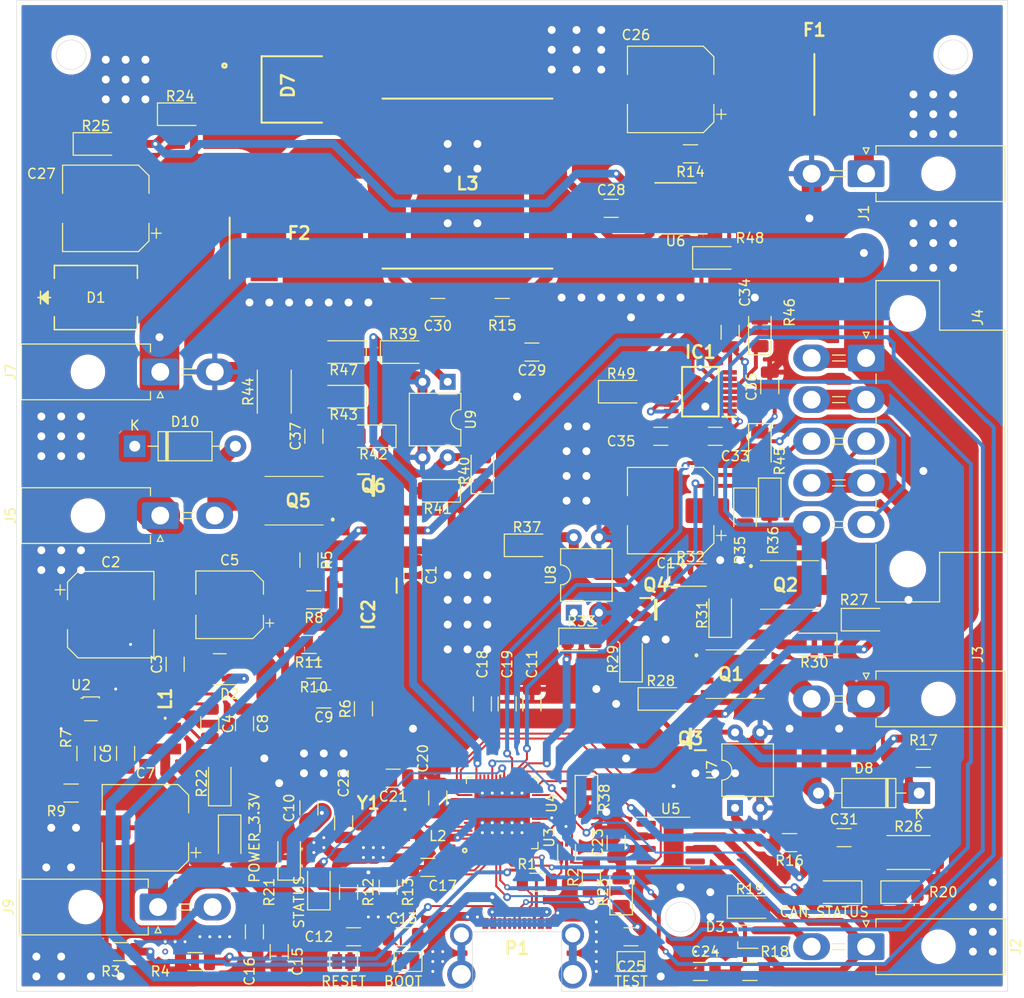
<source format=kicad_pcb>
(kicad_pcb (version 20221018) (generator pcbnew)
  (title_block (title "Fuel Cell Control Unit (FCCU) pcb ") (date "2024-01-24") (company "Hydrogreen Pollub"))
  (layers (0 "F.Cu" signal) (31 "B.Cu" signal) (34 "B.Paste" user) (35 "F.Paste" user) (36 "B.SilkS" user "B.Silkscreen") (37 "F.SilkS" user "F.Silkscreen") (38 "B.Mask" user) (39 "F.Mask" user) (44 "Edge.Cuts" user))
  (net 0 "")
  (net 1 "Net-(C31-Pad2)")
  (net 2 "GND")
  (net 3 "+12V")
  (net 4 "Net-(Q3-B)")
  (net 5 "Net-(IC2-OVP)")
  (net 6 "Net-(P1-D-)")
  (net 7 "/MCU/USB_D-")
  (net 8 "Net-(P1-D+)")
  (net 9 "/MCU/USB_D+")
  (net 10 "Net-(P1-VCONN)")
  (net 11 "Net-(P1-CC)")
  (net 13 "/Power /Vreg")
  (net 14 "Net-(IC2-IMON)")
  (net 15 "+3.3V")
  (net 16 "Net-(IC2-ILIM)")
  (net 17 "Net-(U6-RON)")
  (net 18 "Net-(D7-K)")
  (net 19 "Net-(C29-Pad2)")
  (net 20 "/IO/PURGE_VALVE_MCU")
  (net 21 "Net-(R16-Pad2)")
  (net 22 "Net-(C24-Pad1)")
  (net 23 "/IO/CANH")
  (net 24 "/MCU/BOOT")
  (net 25 "/MCU/RESET")
  (net 28 "Net-(U2-VIN)")
  (net 29 "Net-(U2-SW)")
  (net 30 "Net-(U2-BST)")
  (net 31 "Net-(U2-SS)")
  (net 32 "/IO/CANL")
  (net 33 "/VBUS")
  (net 34 "/IO/CAN_RX")
  (net 35 "/IO/CAN_TX")
  (net 38 "/Power /FB_12")
  (net 40 "Net-(U6-BST)")
  (net 41 "Net-(R39-Pad2)")
  (net 42 "Net-(Q6-B)")
  (net 43 "Net-(R33-Pad2)")
  (net 44 "Net-(Q4-B)")
  (net 46 "VDD3P3")
  (net 47 "/MCU/MCU_TEST")
  (net 63 "/MCU/FAN_PWM_MCU")
  (net 66 "/IO/LED_MCU_STATUS")
  (net 69 "/IO/LED_CAN_STATUS")
  (net 73 "Net-(IC2-DVDT)")
  (net 81 "/MCU/XTAL_N")
  (net 82 "/MCU/XTAL_P")
  (net 83 "Net-(Q6-C)")
  (net 84 "Net-(IC2-~{FLT})")
  (net 85 "Net-(D4-K)")
  (net 86 "/IO/FAN_ON_MCU")
  (net 87 "Net-(C27-Pad1)")
  (net 88 "Net-(Q4-C)")
  (net 89 "Net-(Q5-G)")
  (net 90 "Net-(Q2-G)")
  (net 91 "Net-(Q3-C)")
  (net 92 "Net-(D6-K)")
  (net 93 "Net-(D5-K)")
  (net 94 "Net-(IC1-+IN_D)")
  (net 95 "/IO/SC_V")
  (net 96 "/IO/A_Input")
  (net 97 "/IO/Temp_sensor")
  (net 100 "/Power /Vin")
  (net 101 "/IO/Temp_MCU")
  (net 102 "/IO/Analog_MCU")
  (net 103 "/IO/FC_Voltage_MCU")
  (net 105 "/IO/FAN_GND")
  (net 106 "/IO/Main_Valve")
  (net 107 "/IO/Main_Valve_MCU")
  (net 108 "/FAN_PWM")
  (net 109 "/IO/PURGE_VALVE")
  (net 110 "/IO/FAN_1_TACHO")
  (net 111 "/IO/FAN_2_TACHO")
  (net 112 "Net-(C37-Pad2)")
  (net 113 "Net-(Q1-G)")
  (net 114 "Net-(U2-FB)")
  (footprint "Capacitor_SMD:C_1206_3216Metric" (layer "F.Cu") (at 133 96 90)
    (fp_text reference "C20")
    (fp_text value "100n")
  )
  (footprint "Capacitor_SMD:C_1206_3216Metric" (layer "F.Cu") (at 128.5 94 180)
    (fp_text reference "C21")
    (fp_text value "12p")
  )
  (footprint "LED_SMD:LED_1206_3216Metric" (layer "F.Cu") (at 137.5 63 90)
    (fp_text reference "R40")
    (fp_text value "1k")
  )
  (footprint "Resistor_SMD:R_1206_3216Metric" (layer "F.Cu") (at 108.5 112.5 180)
    (fp_text reference "R4")
    (fp_text value "5k1")
  )
  (footprint "Package_DFN_QFN:QFN-56-1EP_7x7mm_P0.4mm_EP5.6x5.6mm" (layer "F.Cu") (at 139.5 97.5 90)
    (fp_text reference "U4")
    (fp_text value "ESP32-S3FN8")
  )
  (footprint "LED_SMD:LED_1206_3216Metric" (layer "F.Cu") (at 148 96 -90)
    (fp_text reference "R38")
    (fp_text value "10k")
  )
  (footprint "LED_SMD:LED_1206_3216Metric" (layer "F.Cu") (at 152.5 82 90)
    (fp_text reference "R29")
    (fp_text value "10k")
  )
  (footprint "Connector_Molex:Molex_Mini-Fit_Jr_5569-02A2_2x01_P4.20mm_Horizontal" (layer "F.Cu") (at 104.775 107 90)
    (fp_text reference "J9")
    (fp_text value "Analog_In")
  )
  (footprint "Resistor_SMD:R_1206_3216Metric" (layer "F.Cu") (at 128 105 90)
    (fp_text reference "R13")
    (fp_text value "10k")
  )
  (footprint "Capacitor_SMD:C_1206_3216Metric" (layer "F.Cu") (at 121.5 86 180)
    (fp_text reference "C9")
    (fp_text value "2n7")
  )
  (footprint "Jumper:SolderJumper-2_P1.3mm_Open_Pad1.0x1.5mm" (layer "F.Cu") (at 123.5 112.5)
    (fp_text reference "RESET")
    (fp_text value "SolderJumper_2_Open")
  )
  (footprint "LED_SMD:LED_1206_3216Metric" (layer "F.Cu") (at 133 65 180)
    (fp_text reference "R41")
    (fp_text value "1k")
  )
  (footprint "Capacitor_SMD:C_1206_3216Metric" (layer "F.Cu") (at 130.5 73.5 -90)
    (fp_text reference "C1")
    (fp_text value "1u")
  )
  (footprint "Jumper:SolderJumper-2_P1.3mm_Open_Pad1.0x1.5mm" (layer "F.Cu") (at 152.5 112.5 180)
    (fp_text reference "TEST")
    (fp_text value "SolderJumper_2_Open")
  )
  (footprint "LED_SMD:LED_1206_3216Metric" (layer "F.Cu") (at 151.5 55)
    (fp_text reference "R49")
    (fp_text value "150k")
  )
  (footprint "LED_SMD:LED_1206_3216Metric" (layer "F.Cu") (at 111 94.5 90)
    (fp_text reference "R22")
    (fp_text value "1k")
  )
  (footprint "library:SOT65P220X100-3N" (layer "F.Cu") (at 158.5 90 180)
    (fp_text reference "Q3")
    (fp_text value "2N3904" hide)
  )
  (footprint "LED_SMD:LED_1206_3216Metric" (layer "F.Cu") (at 180 105.5)
    (fp_text reference "R20")
    (fp_text value "1k")
  )
  (footprint "LED_SMD:LED_1206_3216Metric" (layer "F.Cu") (at 126.5 59.5 180)
    (fp_text reference "R42")
    (fp_text value "100")
  )
  (footprint "Package_SO:SOIC-8_3.9x4.9mm_P1.27mm" (layer "F.Cu") (at 156.5 100.5)
    (fp_text reference "U5")
    (fp_text value "SN65HVD232")
  )
  (footprint "Capacitor_SMD:C_1206_3216Metric" (layer "F.Cu") (at 120 97 90)
    (fp_text reference "C10")
    (fp_text value "100n")
  )
  (footprint "Connector_Molex:Molex_Mini-Fit_Jr_5569-02A2_2x01_P4.20mm_Horizontal" (layer "F.Cu") (at 176.225 33 -90)
    (fp_text reference "J1")
    (fp_text value "Fell_Cell_IN")
  )
  (footprint "mbr:SOP65P640X120-17N" (layer "F.Cu") (at 126 77.5 -90)
    (fp_text reference "IC2")
    (fp_text value "LM76202QPWPRQ1" hide)
  )
  (footprint "LED_SMD:LED_1206_3216Metric" (layer "F.Cu") (at 123.5 55.5 180)
    (fp_text reference "R43")
    (fp_text value "10k")
  )
  (footprint "Inductor_SMD:L_0402_1005Metric" (layer "F.Cu") (at 134.015 101)
    (fp_text reference "L2")
    (fp_text value "2n")
  )
  (footprint "Capacitor_SMD:C_1206_3216Metric" (layer "F.Cu") (at 174 100)
    (fp_text reference "C31")
    (fp_text value "20n")
  )
  (footprint "Capacitor_SMD:C_1206_3216Metric" (layer "F.Cu") (at 106.5 82.5 90)
    (fp_text reference "C3")
    (fp_text value "100n")
  )
  (footprint "Capacitor_SMD:C_1206_3216Metric" (layer "F.Cu") (at 166.5 54.5 90)
    (fp_text reference "C36")
    (fp_text value "100n")
  )
  (footprint "mbr:FUSC8664X180N" (layer "F.Cu") (at 171 24 180)
    (fp_text reference "F1")
    (fp_text value "3A" hide)
  )
  (footprint "library:SRN3015TA4R7M" (layer "F.Cu") (at 105.5 90 -90)
    (fp_text reference "L1")
    (fp_text value "4u7" hide)
  )
  (footprint "Diode_THT:D_DO-41_SOD81_P10.16mm_Horizontal" (layer "F.Cu") (at 102.42 60.5)
    (fp_text reference "D10")
    (fp_text value "1N5819")
  )
  (footprint "Capacitor_SMD:C_1206_3216Metric" (layer "F.Cu") (at 124.5 110)
    (fp_text reference "C12")
    (fp_text value "1u")
  )
  (footprint "Capacitor_SMD:C_1206_3216Metric" (layer "F.Cu") (at 132 103 180)
    (fp_text reference "C17")
    (fp_text value "100n")
  )
  (footprint "Connector_Molex:Molex_Mini-Fit_Jr_5569-02A2_2x01_P4.20mm_Horizontal" (layer "F.Cu") (at 105 53 90)
    (fp_text reference "J7")
    (fp_text value "Axilary_Out")
  )
  (footprint "Resistor_SMD:R_1206_3216Metric" (layer "F.Cu") (at 182 92)
    (fp_text reference "R17")
    (fp_text value "1k")
  )
  (footprint "LED_SMD:LED_1206_3216Metric" (layer "F.Cu") (at 164 67 -90)
    (fp_text reference "R35")
    (fp_text value "10k")
  )
  (footprint "LED_SMD:LED_1206_3216Metric" (layer "F.Cu") (at 161.5 77.5 90)
    (fp_text reference "R31")
    (fp_text value "100")
  )
  (footprint "library:SOP65P640X120-14N" (layer "F.Cu") (at 159.5 55 180)
    (fp_text reference "IC1")
    (fp_text value "AD8544ARUZ-REEL" hide)
  )
  (footprint "Capacitor_SMD:CP_Elec_6.3x7.7" (layer "F.Cu") (at 112 76.5 180)
    (fp_text reference "C5")
    (fp_text value "47u")
  )
  (footprint "Resistor_SMD:R_2512_6332Metric" (layer "F.Cu") (at 180.5 101.5)
    (fp_text reference "R26")
    (fp_text value "100R 0,5W")
  )
  (footprint "LED_SMD:LED_1206_3216Metric" (layer "F.Cu") (at 171 80.5 180)
    (fp_text reference "R30")
    (fp_text value "1k")
  )
  (footprint "Package_DIP:DIP-4_W7.62mm" (layer "F.Cu") (at 146.725 77.3 90)
    (fp_text reference "U8")
    (fp_text value "PC817")
  )
  (footprint "Capacitor_SMD:C_1206_3216Metric" (layer "F.Cu") (at 151 100.5 90)
    (fp_text reference "C23")
    (fp_text value "100n")
  )
  (footprint "Resistor_SMD:R_2512_6332Metric" (layer "F.Cu") (at 116.5 55 90)
    (fp_text reference "R44")
    (fp_text value "100R 0,5W")
  )
  (footprint "library:IHLP6767DZER470M11" (layer "F.Cu") (at 136 34 180)
    (fp_text reference "L3")
    (fp_text value "IHLP6767DZER470M11" hide)
  )
  (footprint "LED_SMD:LED_1206_3216Metric" (layer "F.Cu") (at 165.5 60.5 -90)
    (fp_text reference "R45")
    (fp_text value "560k")
  )
  (footprint "Capacitor_SMD:C_1206_3216Metric" (layer "F.Cu") (at 140 86.5 90)
    (fp_text reference "C19")
    (fp_text value "10n")
  )
  (footprint "LED_SMD:LED_1206_3216Metric" (layer "F.Cu") (at 155.5 86)
    (fp_text reference "R28")
    (fp_text value "100")
  )
  (footprint "Capacitor_SMD:CP_Elec_8x10.5" (layer "F.Cu") (at 156.5 67 180)
    (fp_text reference "C14")
    (fp_text value "10u")
  )
  (footprint "Diode_SMD:D_1206_3216Metric" (layer "F.Cu") (at 112 100 -90)
    (fp_text reference "POWER_3.3V")
    (fp_text value "LED")
  )
  (footprint "LED_SMD:LED_1206_3216Metric" (layer "F.Cu") (at 164.5 107)
    (fp_text reference "R19")
    (fp_text value "60")
  )
  (footprint "LED_SMD:LED_1206_3216Metric" (layer "F.Cu") (at 161 41.5)
    (fp_text reference "R48")
    (fp_text value "10k")
  )
  (footprint "Capacitor_SMD:C_1206_3216Metric" (layer "F.Cu") (at 114.5 109.5 -90)
    (fp_text reference "C16")
    (fp_text value "100n")
  )
  (footprint "Resistor_SMD:R_1206_3216Metric" (layer "F.Cu") (at 96 95.5 180)
    (fp_text reference "R9")
    (fp_text value "10k")
  )
  (footprint "Package_SO:Diodes_SO-8EP" (layer "F.Cu") (at 157 36.5 180)
    (fp_text reference "U6")
    (fp_text value "LM5013DDAR")
  )
  (footprint "Resistor_SMD:R_1206_3216Metric" (layer "F.Cu") (at 168.5 100.5 180)
    (fp_text reference "R16")
    (fp_text value "100")
  )
  (footprint "Lib:SI7141DPT1GE3" (layer "F.Cu") (at 163 83.5)
    (fp_text reference "Q1")
    (fp_text value "SIR186LDP-T1-RE3" hide)
  )
  (footprint "Lib:SI7141DPT1GE3" (layer "F.Cu") (at 168.5 74.5)
    (fp_text reference "Q2")
    (fp_text value "SIR186LDP-T1-RE3" hide)
  )
  (footprint "Capacitor_SMD:C_1206_3216Metric" (layer "F.Cu") (at 150.5 36.5)
    (fp_text reference "C28")
    (fp_text value "2n2")
  )
  (footprint "Capacitor_SMD:C_1206_3216Metric" (layer "F.Cu") (at 110 88.5 -90)
    (fp_text reference "C4")
    (fp_text value "100n")
  )
  (footprint "library:SOT65P220X100-3N" (layer "F.Cu") (at 126.5 64.5)
    (fp_text reference "Q6")
    (fp_text value "2N3904" hide)
  )
  (footprint "Lib:SI7141DPT1GE3" (layer "F.Cu") (at 118.5 66 180)
    (fp_text reference "Q5")
    (fp_text value "SIR186LDP-T1-RE3" hide)
  )
  (footprint "Connector_Molex:Molex_Mini-Fit_Jr_5569-02A2_2x01_P4.20mm_Horizontal" (layer "F.Cu") (at 176.225 86 -90)
    (fp_text reference "J3")
    (fp_text value "P_Valve")
  )
  (footprint "Capacitor_SMD:C_1206_3216Metric" (layer "F.Cu") (at 142.5 86.5 90)
    (fp_text reference "C11")
    (fp_text value "100n")
  )
  (footprint "Jumper:SolderJumper-2_P1.3mm_Open_Pad1.0x1.5mm" (layer "F.Cu") (at 130 112.5)
    (fp_text reference "BOOT")
    (fp_text value "SolderJumper_2_Open")
  )
  (footprint "library:KC3225K400000C1GE00" (layer "F.Cu") (at 128.5 99 180)
    (fp_text reference "Y1")
    (fp_text value "Crystal_GND24" hide)
  )
  (footprint "Resistor_SMD:R_1206_3216Metric" (layer "F.Cu") (at 125.5 87 90)
    (fp_text reference "R6")
    (fp_text value "100k")
  )
  (footprint "LED_SMD:LED_1206_3216Metric" (layer "F.Cu") (at 176 78)
    (fp_text reference "R27")
    (fp_text value "1k")
  )
  (footprint "Package_TO_SOT_SMD:SOT-583-8" (layer "F.Cu") (at 98 87)
    (fp_text reference "U2")
    (fp_text value "TPS62933")
  )
  (footprint "Package_TO_SOT_SMD:SOT-323_SC-70" (layer "F.Cu") (at 164 110 180)
    (fp_text reference "D3")
    (fp_text value "SP0502BAJT")
  )
  (footprint "Resistor_SMD:R_1206_3216Metric" (layer "F.Cu") (at 120 72 -90)
    (fp_text reference "R5")
    (fp_text value "180k")
  )
  (footprint "LED_SMD:LED_1206_3216Metric" (layer "F.Cu") (at 123.5 51 180)
    (fp_text reference "R47")
    (fp_text value "10k")
  )
  (footprint "lib:TPSMCSeries_LTF" (layer "F.Cu") (at 98.5 45.5)
    (fp_text reference "D1")
    (fp_text value "TPSMC30CA")
  )
  (footprint "Capacitor_SMD:C_1206_3216Metric" (layer "F.Cu") (at 129.5 110)
    (fp_text reference "C13")
    (fp_text value "1u")
  )
  (footprint "LED_SMD:LED_1206_3216Metric" (layer "F.Cu") (at 118 102 90)
    (fp_text reference "R21")
    (fp_text value "1k")
  )
  (footprint "library:SOT65P220X100-3N" (layer "F.Cu") (at 155 77)
    (fp_text reference "Q4")
    (fp_text value "2N3904" hide)
  )
  (footprint "Connector_Molex:Molex_Mini-Fit_Jr_5569-02A2_2x01_P4.20mm_Horizontal" (layer "F.Cu") (at 105 67.5 90)
    (fp_text reference "J5")
    (fp_text value "Valve")
  )
  (footprint "Capacitor_SMD:C_1206_3216Metric" (layer "F.Cu") (at 137.5 86.5 90)
    (fp_text reference "C18")
    (fp_text value "1u")
  )
  (footprint "LED_SMD:LED_1206_3216Metric" (layer "F.Cu") (at 165.5 49 90)
    (fp_text reference "R46")
    (fp_text value "10k")
  )
  (footprint "LED_SMD:LED_1206_3216Metric" (layer "F.Cu") (at 98.5 30)
    (fp_text reference "R25")
    (fp_text value "49k9")
  )
  (footprint "Package_TO_SOT_SMD:SOT-666" (layer "F.Cu") (at 146 101.5 90)
    (fp_text reference "U3")
    (fp_text value "USBLC6-2P6")
  )
  (footprint "Capacitor_SMD:C_1206_3216Metric" (layer "F.Cu") (at 162.5 49 90)
    (fp_text reference "C34")
    (fp_text value "4n7")
  )
  (footprint "Resistor_SMD:R_1206_3216Metric" (layer "F.Cu") (at 143 104.5)
    (fp_text reference "R1")
    (fp_text value "0")
  )
  (footprint "LED_SMD:LED_1206_3216Metric" (layer "F.Cu") (at 166.5 66 -90)
    (fp_text reference "R36")
    (fp_text value "10k")
  )
  (footprint "Capacitor_SMD:C_1206_3216Metric" (layer "F.Cu") (at 117 111.5 -90)
    (fp_text reference "C15")
    (fp_text value "1u")
  )
  (footprint "library:2169900002" (layer "F.Cu") (at 141 111.5)
    (fp_text reference "P1")
    (fp_text value "USB_C_Plug_USB2.0" hide)
  )
  (footprint "Capacitor_SMD:C_1206_3216Metric" (layer "F.Cu") (at 152.5 110 180)
    (fp_text reference "C25")
    (fp_text value "1u")
  )
  (footprint "Capacitor_SMD:C_1206_3216Metric" (layer "F.Cu") (at 142.5 51 180)
    (fp_text reference "C29")
    (fp_text value "47p")
  )
  (footprint "mbr:FUSC8664X180N" (layer "F.Cu") (at 112 40.5 180)
    (fp_text reference "F2")
    (fp_text value "3A" hide)
  )
  (footprint "Package_DIP:DIP-4_W7.62mm" (layer "F.Cu") (at 134 54 -90)
    (fp_text reference "U9")
    (fp_text value "PC817")
  )
  (footprint "Capacitor_SMD:CP_Elec_8x10.5" (layer "F.Cu") (at 100 77.5)
    (fp_text reference "C2")
    (fp_text value "10u")
  )
  (footprint "LED_SMD:LED_1206_3216Metric" (layer "F.Cu") (at 147.5 80)
    (fp_text reference "R33")
    (fp_text value "100")
  )
  (footprint "Capacitor_SMD:C_1206_3216Metric" (layer "F.Cu") (at 159.5 113.5 180)
    (fp_text reference "C24")
    (fp_text value "4n7")
  )
  (footprint "Resistor_SMD:R_1206_3216Metric" (layer "F.Cu") (at 158.5 31 180)
    (fp_text reference "R14")
    (fp_text value "100k")
  )
  (footprint "Connector_Molex:Molex_Mini-Fit_Jr_5569-10A1_2x05_P4.20mm_Horizontal" (layer "F.Cu") (at 176.225 51.6 -90)
    (fp_text reference "J4")
    (fp_text value "FC Cooling")
  )
  (footprint "MBRD20100CT-13:TO252_(DPAK)_1" (layer "F.Cu") (at 113.3205 24.5 -90)
    (fp_text reference "D7")
    (fp_text value "MBRD20100CT-13" hide)
  )
  (footprint "Package_DIP:DIP-4_W7.62mm" (layer "F.Cu") (at 163 97 90)
    (fp_text reference "U7")
    (fp_text value "PC817")
  )
  (footprint "Capacitor_SMD:C_1206_3216Metric" (layer "F.Cu") (at 101.5 91.5 -90)
    (fp_text reference "C6")
    (fp_text value "47p")
  )
  (footprint "LED_SMD:LED_1206_3216Metric" (layer "F.Cu") (at 129.5 51)
    (fp_text reference "R39")
    (fp_text value "100")
  )
  (footprint "Capacitor_SMD:C_1206_3216Metric" (layer "F.Cu") (at 113.5 88.5 -90)
    (fp_text reference "C8")
    (fp_text value "33n")
  )
  (footprint "Capacitor_SMD:C_1206_3216Metric" (layer "F.Cu") (at 123.5 98.5 90)
    (fp_text reference "C22")
    (fp_text value "12p")
  )
  (footprint "LED_SMD:LED_1206_3216Metric" (layer "F.Cu") (at 151.5 105.5 90)
    (fp_text reference "R23")
    (fp_text value "10k")
  )
  (footprint "Capacitor_SMD:C_1206_3216Metric" (layer "F.Cu") (at 120.5 59.5 90)
    (fp_text reference "C37")
    (fp_text value "20n")
  )
  (footprint "Capacitor_SMD:CP_Elec_8x10.5" (layer "F.Cu") (at 156.5 24.5 180)
    (fp_text reference "C26")
    (fp_text value "10u")
  )
  (footprint "Resistor_SMD:R_1206_3216Metric" (layer "F.Cu") (at 124 105.5 90)
    (fp_text reference "R12")
    (fp_text value "10k")
  )
  (footprint "Resistor_SMD:R_1206_3216Metric" (layer "F.Cu") (at 120.5 76 180)
    (fp_text reference "R8")
    (fp_text value "12k")
  )
  (footprint "Resistor_SMD:R_1206_3216Metric" (layer "F.Cu") (at 148.5 104 90)
    (fp_text reference "R2")
    (fp_text value "0")
  )
  (footprint "Resistor_SMD:R_1206_3216Metric" (layer "F.Cu") (at 164.5 113.5)
    (fp_text reference "R18")
    (fp_text value "60")
  )
  (footprint "Diode_THT:D_DO-41_SOD81_P10.16mm_Horizontal" (layer "F.Cu") (at 181.58 95.5 180)
    (fp_text reference "D8")
    (fp_text value "1N5819")
  )
  (footprint "LED_SMD:LED_1206_3216Metric" (layer "F.Cu") (at 142 70.5)
    (fp_text reference "R37")
    (fp_text value "1k")
  )
  (footprint "Resistor_SMD:R_1206_3216Metric" (layer "F.Cu") (at 139.5 46.5 180)
    (fp_text reference "R15")
    (fp_text value "143k ")
  )
  (footprint "Capacitor_SMD:C_1206_3216Metric" (layer "F.Cu") (at 155.5 59.5 180)
    (fp_text reference "C35")
    (fp_text value "4n7")
  )
  (footprint "Package_TO_SOT_SMD:SOT-23" (layer "F.Cu") (at 111 83 180)
    (fp_text reference "D2")
    (fp_text value "BAS40-05")
  )
  (footprint "Resistor_SMD:R_1206_3216Metric" (layer "F.Cu") (at 120 80.5 180)
    (fp_text reference "R11")
    (fp_text value "100k")
  )
  (footprint "Capacitor_SMD:C_1206_3216Metric" (layer "F.Cu") (at 161 59.5)
    (fp_text reference "C33")
    (fp_text value "4n7")
  )
  (footprint "Connector_Molex:Molex_Mini-Fit_Jr_5569-02A2_2x01_P4.20mm_Horizontal" (layer "F.Cu") (at 176.225 111 -90)
    (fp_text reference "J2")
    (fp_text value "CAN")
  )
  (footprint "LED_SMD:LED_1206_3216Metric" (layer "F.Cu") (at 158.5 73.5)
    (fp_text reference "R32")
    (fp_text value "10k")
  )
  (footprint "Resistor_SMD:R_1206_3216Metric" (layer "F.Cu") (at 120.5 83 180)
    (fp_text reference "R10")
    (fp_text value "56k")
  )
  (footprint "Capacitor_SMD:C_1206_3216Metric" (layer "F.Cu") (at 133 46.5 180)
    (fp_text reference "C30")
    (fp_text value "3n3")
  )
  (footprint "Capacitor_SMD:CP_Elec_8x10.5" (layer "F.Cu") (at 103.5 99 180)
    (fp_text reference "C7")
    (fp_text value "100u")
  )
  (footprint "Capacitor_SMD:CP_Elec_8x10.5" (layer "F.Cu") (at 99.5 36.5 180)
    (fp_text reference "C27")
    (fp_text value "22u")
  )
  (footprint "Resistor_SMD:R_1206_3216Metric" (layer "F.Cu") (at 101 111.5 180)
    (fp_text reference "R3")
    (fp_text value "5k1")
  )
  (footprint "Diode_SMD:D_1206_3216Metric" (layer "F.Cu") (at 173.5 105.5 180)
    (fp_text reference "CAN_STATUS")
    (fp_text value "LED")
  )
  (footprint "LED_SMD:LED_1206_3216Metric" (layer "F.Cu") (at 107 27)
    (fp_text reference "R24")
    (fp_text value "453k")
  )
  (footprint "Diode_SMD:D_1206_3216Metric" (layer "F.Cu") (at 121 105 90)
    (fp_text reference "STATUS")
    (fp_text value "LED")
  )
  (footprint "Resistor_SMD:R_1206_3216Metric" (layer "F.Cu") (at 97.5 91.5 -90)
    (fp_text reference "R7")
    (fp_text value "32k")
  )
  (gr_line (start 145.5 115.5) (end 145.5 109.5) (stroke (width 0.05)) (layer "Edge.Cuts"))
  (gr_circle (center 157.5 108) (end 159 108) (stroke (width 0.05)) (fill none) (layer "Edge.Cuts"))
  (gr_line (start 90.5 115.5) (end 136.5 115.5) (stroke (width 0.05)) (layer "Edge.Cuts"))
  (gr_line (start 90.5 15.5) (end 90.5 115.5) (stroke (width 0.05)) (layer "Edge.Cuts"))
  (gr_circle (center 96 21) (end 97.5 21) (stroke (width 0.05)) (fill none) (layer "Edge.Cuts"))
  (gr_line (start 145.5 109.5) (end 136.5 109.5) (stroke (width 0.05)) (layer "Edge.Cuts"))
  (gr_line (start 190.5 115.5) (end 190.5 15.5) (stroke (width 0.05)) (layer "Edge.Cuts"))
  (gr_circle (center 185 21) (end 186.5 21) (stroke (width 0.05)) (fill none) (layer "Edge.Cuts"))
  (gr_line (start 190.5 15.5) (end 90.5 15.5) (stroke (width 0.05)) (layer "Edge.Cuts"))
  (gr_line (start 145.5 115.5) (end 190.5 115.5) (stroke (width 0.05)) (layer "Edge.Cuts"))
  (gr_line (start 136.5 109.5) (end 136.5 115.5) (stroke (width 0.05)) (layer "Edge.Cuts"))
  (via (at 105.5 111.5) (size 0.6) (drill 0.3) (layers "F.Cu" "B.Cu") (net 0))
  (segment (start 135.38 113.8) (end 135.38 109.8) (width 0.8) (layer "B.Cu") (net 0))
  (segment (start 146.62 113.8) (end 146.62 109.8) (width 0.8) (layer "B.Cu") (net 0))
  (segment (start 177.5375 101.5) (end 176.975 101.5) (width 1) (layer "F.Cu") (net 1))
  (segment (start 176.975 101.5) (end 175.475 100) (width 1) (layer "F.Cu") (net 1))
  (segment (start 94.723586 45.5) (end 95.372998 45.5) (width 2) (layer "F.Cu") (net 2))
  (segment (start 97 114) (end 98 114) (width 2) (layer "F.Cu") (net 2))
  (segment (start 96.5 99) (end 96 99.5) (width 2) (layer "F.Cu") (net 2))
  (segment (start 154.5 66.3) (end 154.5 61.975) (width 0.8) (layer "F.Cu") (net 2))
  (segment (start 157 43) (end 157 36.5) (width 1) (layer "F.Cu") (net 2))
  (segment (start 118 100.6) (end 117 99.6) (width 2) (layer "F.Cu") (net 2))
  (segment (start 130.65 112.5) (end 130.65 110.325) (width 0.8) (layer "F.Cu") (net 2))
  (segment (start 117 99.6) (end 117 96.5) (width 2) (layer "F.Cu") (net 2))
  (segment (start 120.5 100.5) (end 120.6 100.6) (width 0.8) (layer "F.Cu") (net 2))
  (segment (start 118.5375 79.4625) (end 120 78) (width 1) (layer "F.Cu") (net 2))
  (segment (start 98.289314 86.25) (end 98 86.539314) (width 0.3) (layer "F.Cu") (net 2))
  (segment (start 96.611989 18.057764) (end 96.495877 18.028361) (width 2) (layer "F.Cu") (net 2))
  (segment (start 137.95 108.65) (end 137.65 108.65) (width 0.3) (layer "F.Cu") (net 2))
  (segment (start 96.01 89) (end 97.26 87.75) (width 0.3) (layer "F.Cu") (net 2))
  (segment (start 93.5 91.5) (end 93.5 90.5) (width 2) (layer "F.Cu") (net 2))
  (segment (start 121.1 100.6) (end 121.5 101) (width 0.8) (layer "F.Cu") (net 2))
  (segment (start 141 56) (end 141 55.5) (width 1) (layer "F.Cu") (net 2))
  (segment (start 130.65 110.325) (end 130.975 110) (width 0.8) (layer "F.Cu") (net 2))
  (segment (start 113.3205 22.214) (end 109.714 22.214) (width 2) (layer "F.Cu") (net 2))
  (segment (start 118.5375 80.5) (end 118.5375 79.4625) (width 1) (layer "F.Cu") (net 2))
  (segment (start 123.725 80.438) (end 123.725 79.630524) (width 0.3) (layer "F.Cu") (net 2))
  (segment (start 118 100.6) (end 117.125 100.6) (width 2) (layer "F.Cu") (net 2))
  (segment (start 96 103.3) (end 94.725 104.575) (width 2) (layer "F.Cu") (net 2))
  (segment (start 95 89) (end 95.5 89) (width 0.3) (layer "F.Cu") (net 2))
  (segment (start 108.43689 114) (end 108.45564 113.98125) (width 2) (layer "F.Cu") (net 2))
  (segment (start 98 87.460686) (end 97.710686 87.75) (width 0.3) (layer "F.Cu") (net 2))
  (segment (start 127.4 98.125) (end 124.6 98.125) (width 0.4) (layer "F.Cu") (net 2))
  (segment (start 115.5 114.25) (end 108.7875 114.25) (width 0.8) (layer "F.Cu") (net 2))
  (segment (start 156.8 92.8) (end 156.8 94.8) (width 2) (layer "F.Cu") (net 2))
  (segment (start 151.315 98.815) (end 152 98.815) (width 0.8) (layer "F.Cu") (net 2))
  (segment (start 95.8 36.5) (end 93.997562 36.5) (width 2) (layer "F.Cu") (net 2))
  (segment (start 118 95.5) (end 117 94.5) (width 2) (layer "F.Cu") (net 2))
  (segment (start 146 106.7) (end 145.1 107.6) (width 0.3) (layer "F.Cu") (net 2))
  (segment (start 160.19 81.595) (end 158.905 81.595) (width 0.8) (layer "F.Cu") (net 2))
  (segment (start 131 82.5) (end 131 82) (width 2) (layer "F.Cu") (net 2))
  (segment (start 125.486286 101.986286) (end 125.5 102) (width 0.8) (layer "F.Cu") (net 2))
  (segment (start 128.55 77.5) (end 126 77.5) (width 2) (layer "F.Cu") (net 2))
  (segment (start 124.6 98.125) (end 123.5 97.025) (width 0.4) (layer "F.Cu") (net 2))
  (segment (start 161 110.525) (end 161 111.5) (width 0.8) (layer "F.Cu") (net 2))
  (segment (start 130.975 110) (end 132.720989 110) (width 0.8) (layer "F.Cu") (net 2))
  (segment (start 134.720989 108) (end 136 108) (width 0.8) (layer "F.Cu") (net 2))
  (segment (start 165.69 72.595) (end 164.905 72.595) (width 0.8) (layer "F.Cu") (net 2))
  (segment (start 121.31 65.365) (end 121.31 67.905) (width 1) (layer "F.Cu") (net 2))
  (segment (start 95.5 99.5) (end 93.5 97.5) (width 2) (layer "F.Cu") (net 2))
  (segment (start 105.557764 18.057764) (end 96.611989 18.057764) (width 2) (layer "F.Cu") (net 2))
  (segment (start 125.5 102) (end 125.513714 101.986286) (width 0.8) (layer "F.Cu") (net 2))
  (segment (start 127.5 114.5) (end 127.25 114.25) (width 0.8) (layer "F.Cu") (net 2))
  (segment (start 115.5 92) (end 114.5 92) (width 2) (layer "F.Cu") (net 2))
  (segment (start 115 104) (end 120 109) (width 2) (layer "F.Cu") (net 2))
  (segment (start 160.517548 108) (end 160.517548 106.760547) (width 2) (layer "F.Cu") (net 2))
  (segment (start 127.025 97.75) (end 127.025 94) (width 0.4) (layer "F.Cu") (net 2))
  (segment (start 127.25 114.25) (end 121.5 114.25) (width 0.8) (layer "F.Cu") (net 2))
  (segment (start 92.997562 41.211564) (end 92.997562 66.797562) (width 2) (layer "F.Cu") (net 2))
  (segment (start 106.5 79.3) (end 109.3 76.5) (width 1.5) (layer "F.Cu") (net 2))
  (segment (start 148.3 20) (end 152.8 24.5) (width 2) (layer "F.Cu") (net 2))
  (segment (start 151.945 67) (end 149.265 69.68) (width 0.8) (layer "F.Cu") (net 2))
  (segment (start 117 112.975) (end 117 113.75) (width 0.8) (layer "F.Cu") (net 2))
  (segment (start 123.725 75.369476) (end 123.725 74.562) (width 0.3) (layer "F.Cu") (net 2))
  (segment (start 113.5 90.6) (end 113.3 90.8) (width 0.8) (layer "F.Cu") (net 2))
  (segment (start 161.525 110) (end 161 110.525) (width 0.8) (layer "F.Cu") (net 2))
  (segment (start 154.025 99.865) (end 153.05 99.865) (width 0.8) (layer "F.Cu") (net 2))
  (segment (start 126 77.5) (end 125.5 78) (width 1.5) (layer "F.Cu") (net 2))
  (segment (start 125.855524 77.5) (end 126 77.5) (width 0.3) (layer "F.Cu") (net 2))
  (segment (start 170.725 33) (end 170.725 37.275) (width 2) (layer "F.Cu") (net 2))
  (segment (start 143.975 48.875) (end 146.8 51.7) (width 1) (layer "F.Cu") (net 2))
  (segment (start 92.997562 66.797562) (end 92.9 66.895124) (width 2) (layer "F.Cu") (net 2))
  (segment (start 141.5 55.5) (end 145.3 51.7) (width 1) (layer "F.Cu") (net 2))
  (segment (start 157.5 93.5) (end 156.8 92.8) (width 2) (layer "F.Cu") (net 2))
  (segment (start 158.635 84.135) (end 157.5 83) (width 0.8) (layer "F.Cu") (net 2))
  (segment (start 92.9 66.895124) (end 92.9 80.9) (width 2) (layer "F.Cu") (net 2))
  (segment (start 149.265 77.3) (end 149.74 77.3) (width 2) (layer "F.Cu") (net 2))
  (segment (start 164.905 72.595) (end 163.5 74) (width 0.8) (layer "F.Cu") (net 2))
  (segment (start 125.5 63.85) (end 123.48495 63.85) (width 1) (layer "F.Cu") (net 2))
  (segment (start 158.905 81.595) (end 157.5 83) (width 0.8) (layer "F.Cu") (net 2))
  (segment (start 145.1 107.6) (end 144.05 108.65) (width 0.3) (layer "F.Cu") (net 2))
  (segment (start 147.05 51.95) (end 148.05 51.95) (width 1) (layer "F.Cu") (net 2))
  (segment (start 125.513714 101.986286) (end 126.013714 101.986286) (width 0.8) (layer "F.Cu") (net 2))
  (segment (start 95 89) (end 96.01 89) (width 0.3) (layer "F.Cu") (net 2))
  (segment (start 125.5 78) (end 120 78) (width 1.5) (layer "F.Cu") (net 2))
  (segment (start 152.5 47.5) (end 157 43) (width 1) (layer "F.Cu") (net 2))
  (segment (start 117.5 114.25) (end 115.5 114.25) (width 0.8) (layer "F.Cu") (net 2))
  (segment (start 121.6 53) (end 110.5 53) (width 1) (layer "F.Cu") (net 2))
  (segment (start 181.4 103.5625) (end 183.4625 101.5) (width 0.8) (layer "F.Cu") (net 2))
  (segment (start 154 73.14) (end 150.54 69.68) (width 1) (layer "F.Cu") (net 2))
  (segment (start 151 87) (end 156.8 92.8) (width 2) (layer "F.Cu") (net 2))
  (segment (start 158.5 58.475) (end 158.5 50.5) (width 0.8) (layer "F.Cu") (net 2))
  (segment (start 147.05 51.95) (end 150.1 55) (width 1) (layer "F.Cu") (net 2))
  (segment (start 117 96.5) (end 118 95.5) (width 2) (layer "F.Cu") (net 2))
  (segment (start 98 114) (end 101.5 114) (width 2) (layer "F.Cu") (net 2))
  (segment (start 98.74 86.25) (end 99.25 86.25) (width 0.3) (layer "F.Cu") (net 2))
  (segment (start 117 113.75) (end 117.5 114.25) (width 0.8) (layer "F.Cu") (net 2))
  (segment (start 98.75 86.25) (end 98.74 86.25) (width 0.3) (layer "F.Cu") (net 2))
  (segment (start 121.5 101) (end 121.9005 101.4005) (width 0.8) (layer "F.Cu") (net 2))
  (segment (start 136 108) (end 137 108) (width 0.8) (layer "F.Cu") (net 2))
  (segment (start 149 108.5) (end 149.525 108.5) (width 0.8) (layer "F.Cu") (net 2))
  (segment (start 122.1 51) (end 122.1 55.5) (width 0.8) (layer "F.Cu") (net 2))
  (segment (start 163 110) (end 161.525 110) (width 0.8) (layer "F.Cu") (net 2))
  (segment (start 149.089863 108.064863) (end 149 107.975) (width 0.8) (layer "F.Cu") (net 2))
  (segment (start 117 94.5) (end 115.5 93) (width 2) (layer "F.Cu") (net 2))
  (segment (start 120.4 100.6) (end 120.5 100.5) (width 0.8) (layer "F.Cu") (net 2))
  (segment (start 137.65 108.65) (end 137.5 108.5) (width 0.3) (layer "F.Cu") (net 2))
  (segment (start 98 112.5) (end 99 111.5) (width 1) (layer "F.Cu") (net 2))
  (segment (start 115 110.975) (end 115 113.75) (width 0.8) (layer "F.Cu") (net 2))
  (segment (start 181.4 105.5) (end 181.4 103.5625) (width 0.8) (layer "F.Cu") (net 2))
  (segment (start 131.46 57) (end 140 57) (width 1) (layer "F.Cu") (net 2))
  (segment (start 149.525 108.5) (end 151.85 110.825) (width 0.8) (layer "F.Cu") (net 2))
  (segment (start 161.8 74) (end 163.5 74) (width 2) (layer "F.Cu") (net 2))
  (segment (start 127.4 98.125) (end 127.025 97.75) (width 0.4) (layer "F.Cu") (net 2))
  (segment (start 151 86.5) (end 151 87) (width 2) (layer "F.Cu") (net 2))
  (segment (start 159.350455 105.622534) (end 158.9339 105.350384) (width 2) (layer "F.Cu") (net 2))
  (segment (start 137 108) (end 137.5 108.5) (width 0.8) (layer "F.Cu") (net 2))
  (segment (start 126.5 102) (end 126.5 101.5) (width 0.8) (layer "F.Cu") (net 2))
  (segment (start 115.5345 20) (end 148.3 20) (width 2) (layer "F.Cu") (net 2))
  (segment (start 152.94 80.5) (end 156.5 80.5) (width 2) (layer "F.Cu") (net 2))
  (segment (start 149 107.975) (end 149 108.5) (width 0.8) (layer "F.Cu") (net 2))
  (segment (start 167.5 48.5) (end 166.6 47.6) (width 0.8) (layer "F.Cu") (net 2))
  (segment (start 125.975 112.975) (end 125.975 110) (width 0.8) (layer "F.Cu") (net 2))
  (segment (start 160.517548 108) (end 160.517548 109.982452) (width 2) (layer "F.Cu") (net 2))
  (segment (start 97 99.5) (end 96.5 99) (width 2) (layer "F.Cu") (net 2))
  (segment (start 93.497562 30) (end 92.997562 29.5) (width 0.8) (layer "F.Cu") (net 2))
  (segment (start 92.997562 66.797562) (end 103.7 77.5) (width 2) (layer "F.Cu") (net 2))
  (segment (start 165.5 47.6) (end 162.575 47.6) (width 0.8) (layer "F.Cu") (net 2))
  (segment (start 95.5 89) (end 96.75 87.75) (width 0.3) (layer "F.Cu") (net 2))
  (segment (start 123.48495 63.85) (end 121.96995 65.365) (width 1) (layer "F.Cu") (net 2))
  (segment (start 170.725 39.775) (end 170.725 37.725) (width 2) (layer "F.Cu") (net 2))
  (segment (start 126.5 101.5) (end 126.5 101.5) (width 0.8) (layer "F.Cu") (net 2))
  (segment (start 129.025 92) (end 127.025 94) (width 0.8) (layer "F.Cu") (net 2))
  (segment (start 126.325 74.562) (end 126.325 77.175) (width 0.3) (layer "F.Cu") (net 2))
  (segment (start 165 45.5) (end 161.5 45.5) (width 2) (layer "F.Cu") (net 2))
  (segment (start 155.9 114.6) (end 157 113.5) (width 0.8) (layer "F.Cu") (net 2))
  (segment (start 149 108.064863) (end 144.885137 108.064863) (width 0.8) (layer "F.Cu") (net 2))
  (segment (start 132.720989 110) (end 134.720989 108) (width 0.8) (layer "F.Cu") (net 2))
  (segment (start 165 45.5) (end 170.725 39.775) (width 2) (layer "F.Cu") (net 2))
  (segment (start 160.025 111.5) (end 160.025 111.5) (width 0.8) (layer "F.Cu") (net 2))
  (segment (start 165.54 89.38) (end 164.14 90.78) (width 0.8) (layer "F.Cu") (net 2))
  (segment (start 100 85) (end 98.75 86.25) (width 0.3) (layer "F.Cu") (net 2))
  (segment (start 95.8 36.5) (end 97.1 35.2) (width 0.8) (layer "F.Cu") (net 2))
  (segment (start 150 97.4005) (end 150 97.5) (width 1.5) (layer "F.Cu") (net 2))
  (segment (start 119.0375 77.0375) (end 119.0375 76) (width 1.5) (layer "F.Cu") (net 2))
  (segment (start 154 73.14) (end 154 76.35) (width 1) (layer "F.Cu") (net 2))
  (segment (start 153.8 67) (end 152.8 67) (width 1) (layer "F.Cu") (net 2))
  (segment (start 108.3 77.5) (end 109.3 76.5) (width 2) (layer "F.Cu") (net 2))
  (segment (start 131 89) (end 131 82.5) (width 2) (layer "F.Cu") (net 2))
  (segment (start 160 111.525) (end 158.025 113.5) (width 0.8) (layer "F.Cu") (net 2))
  (segment (start 160.517548 106.760547) (end 159.716536 105.959535) (width 2) (layer "F.Cu") (net 2))
  (segment (start 129.775 76.275) (end 128.55 77.5) (width 2) (layer "F.Cu") (net 2))
  (segment (start 131 113.648528) (end 131 114.5) (width 0.8) (layer "F.Cu") (net 2))
  (segment (start 132.1 83.6) (end 133.9 83.6) (width 2) (layer "F.Cu") (net 2))
  (segment (start 118 100.6) (end 120.4 100.6) (width 0.8) (layer "F.Cu") (net 2))
  (segment (start 159.525 59.5) (end 156.975 59.5) (width 0.8) (layer "F.Cu") (net 2))
  (segment (start 92.997562 43.773976) (end 94.723586 45.5) (width 2) (layer "F.Cu") (net 2))
  (segment (start 126 102) (end 126.5 102) (width 0.8) (layer "F.Cu") (net 2))
  (segment (start 123.725 79.630524) (end 125.855524 77.5) (width 0.3) (layer "F.Cu") (net 2))
  (segment (start 159.4975 38.405) (end 157.595 38.405) (width 0.8) (layer "F.Cu") (net 2))
  (segment (start 133.9 83.6) (end 134 83.5) (width 2) (layer "F.Cu") (net 2))
  (segment (start 150.5 86.5) (end 151 86.5) (width 2) (layer "F.Cu") (net 2))
  (segment (start 92.997562 41.211564) (end 92.997562 43.773976) (width 2) (layer "F.Cu") (net 2))
  (segment (start 165.5 61.9) (end 165.1 61.5) (width 0.8) (layer "F.Cu") (net 2))
  (segment (start 160.19 84.135) (end 158.635 84.135) (width 0.8) (layer "F.Cu") (net 2))
  (segment (start 129.15 99.875) (end 127.4 98.125) (width 0.4) (layer "F.Cu") (net 2))
  (segment (start 152 98.815) (end 151.79 99.025) (width 0.8) (layer "F.Cu") (net 2))
  (segment (start 99.8 99.5) (end 96.3 103) (width 2) (layer "F.Cu") (net 2))
  (segment (start 159.716536 105.959535) (end 159.350455 105.622534) (width 2) (layer "F.Cu") (net 2))
  (segment (start 102.5 114) (end 103.5 114) (width 2) (layer "F.Cu") (net 2))
  (segment (start 100.5 85) (end 100 85) (width 0.3) (layer "F.Cu") (net 2))
  (segment (start 125.025 74.562) (end 125.025 76.525) (width 0.3) (layer "F.Cu") (net 2))
  (segment (start 120.025 86) (end 120.025 83.9875) (width 1) (layer "F.Cu") (net 2))
  (segment (start 125 95) (end 130.5 89.5) (width 2) (layer "F.Cu") (net 2))
  (segment (start 130.5 75.55) (end 129.775 76.275) (width 2) (layer "F.Cu") (net 2))
  (segment (start 121.9005 101.4005) (end 121.914214 101.4005) (width 0.8) (layer "F.Cu") (net 2))
  (segment (start 131 82.5) (end 132.1 83.6) (width 2) (layer "F.Cu") (net 2))
  (segment (start 157.595 38.405) (end 157 37.81) (width 0.8) (layer "F.Cu") (net 2))
  (segment (start 160 111.5) (end 160 111.525) (width 0.8) (layer "F.Cu") (net 2))
  (segment (start 92.997562 35.5) (end 92.997562 29.5) (width 2) (layer "F.Cu") (net 2))
  (segment (start 94.725 104.575) (end 94.725 111.725) (width 2) (layer "F.Cu") (net 2))
  (segment (start 113.3205 26.786) (end 113.3205 22.214) (width 2) (layer "F.Cu") (net 2))
  (segment (start 120 109) (end 120 114) (width 2) (layer "F.Cu") (net 2))
  (segment (start 151.85 110.825) (end 151.85 114.6) (width 0.8) (layer "F.Cu") (net 2))
  (segment (start 157.5 55) (end 158.5 56) (width 0.4) (layer "F.Cu") (net 2))
  (segment (start 166.5 53.025) (end 167.5 52.025) (width 0.8) (layer "F.Cu") (net 2))
  (segment (start 130.5 92) (end 129.025 92) (width 0.8) (layer "F.Cu") (net 2))
  (segment (start 170.725 37.725) (end 170.5 37.5) (width 2) (layer "F.Cu") (net 2))
  (segment (start 160.517548 109.982452) (end 159 111.5) (width 2) (layer "F.Cu") (net 2))
  (segment (start 153.8 67) (end 154.8 67) (width 2) (layer "F.Cu") (net 2))
  (segment (start 103.7 77.5) (end 108.3 77.5) (width 2) (layer "F.Cu") (net 2))
  (segment (start 116.5375 73.5) (end 112.3 73.5) (width 1.5) (layer "F.Cu") (net 2))
  (segment (start 125.5 112.5) (end 124.15 112.5) (width 0.8) (layer "F.Cu") (net 2))
  (segment (start 126.5 101.5) (end 126.986286 101.986286) (width 0.8) (layer "F.Cu") (net 2))
  (segment (start 134 83.5) (end 134.1 83.6) (width 2) (layer "F.Cu") (net 2))
  (segment (start 121.96995 65.365) (end 121.31 65.365) (width 1) (layer "F.Cu") (net 2))
  (segment (start 94.012728 17.987272) (end 92.997562 19.002438) (width 2) (layer "F.Cu") (net 2))
  (segment (start 96 103) (end 96 103.3) (width 2) (layer "F.Cu") (net 2))
  (segment (start 92.8 81) (end 92.8 90.8) (width 2) (layer "F.Cu") (net 2))
  (segment (start 101.5 114) (end 102.5 114) (width 2) (layer "F.Cu") (net 2))
  (segment (start 161 46.025) (end 162.5 47.525) (width 0.8) (layer "F.Cu") (net 2))
  (segment (start 165.54 97) (end 165.54 89.38) (width 0.8) (layer "F.Cu") (net 2))
  (segment (start 99.8 99.5) (end 97 99.5) (width 2) (layer "F.Cu") (net 2))
  (segment (start 150 97.5) (end 151.315 98.815) (width 1.5) (layer "F.Cu") (net 2))
  (segment (start 103.7 77.5) (end 103.7 78.8) (width 2) (layer "F.Cu") (net 2))
  (segment (start 150.54 69.68) (end 149.265 69.68) (width 1) (layer "F.Cu") (net 2))
  (segment (start 140 57) (end 141 56) (width 1) (layer "F.Cu") (net 2))
  (segment (start 146.8 51.7) (end 147.05 51.95) (width 1) (layer "F.Cu") (net 2))
  (segment (start 154.8 67) (end 161.8 74) (width 2) (layer "F.Cu") (net 2))
  (segment (start 120.6 100.6) (end 121.1 100.6) (width 0.8) (layer "F.Cu") (net 2))
  (segment (start 125 95.525) (end 123.5 97.025) (width 1) (layer "F.Cu") (net 2))
  (segment (start 115.5 93) (end 115.5 92) (width 2) (layer "F.Cu") (net 2))
  (segment (start 157.0375 36.4625) (end 157 36.5) (width 2) (layer "F.Cu") (net 2))
  (segment (start 156.562 55) (end 157.5 55) (width 0.4) (layer "F.Cu") (net 2))
  (segment (start 165.1 61.5) (end 161.525 61.5) (width 0.8) (layer "F.Cu") (net 2))
  (segment (start 161 111.5) (end 160.025 111.5) (width 0.8) (layer "F.Cu") (net 2))
  (segment (start 109.714 22.214) (end 105.557764 18.057764) (width 2) (layer "F.Cu") (net 2))
  (segment (start 98 113.0375) (end 98 112.5) (width 1) (layer "F.Cu") (net 2))
  (segment (start 131 82) (end 131 77.5) (width 2) (layer "F.Cu") (net 2))
  (segment (start 92.997562 29.5) (end 92.997562 41.211564) (width 2) (layer "F.Cu") (net 2))
  (segment (start 148.05 51.95) (end 152.5 47.5) (width 1) (layer "F.Cu") (net 2))
  (segment (start 123.037871 53.437871) (end 122.1 52.5) (width 1) (layer "F.Cu") (net 2))
  (segment (start 126.325 80.438) (end 126.325 77.825) (width 0.3) (layer "F.Cu") (net 2))
  (segment (start 160.19 82.865) (end 157.635 82.865) (width 0.8) (layer "F.Cu") (net 2))
  (segment (start 149.74 77.3) (end 152.94 80.5) (width 2) (layer "F.Cu") (net 2))
  (segment (start 122.5 101.986286) (end 125.486286 101.986286) (width 0.8) (layer "F.Cu") (net 2))
  (segment (start 131.46 61.62) (end 131.46 57) (width 1) (layer "F.Cu") (net 2))
  (segment (start 144.885137 108.064863) (end 144.35 108.6) (width 0.8) (layer "F.Cu") (net 2))
  (segment (start 117.125 100.6) (end 115 102.725) (width 2) (layer "F.Cu") (net 2))
  (segment (start 130.5 89.5) (end 130.5 89) (width 2) (layer "F.Cu") (net 2))
  (segment (start 99.25 86.25) (end 100.5 85) (width 0.3) (layer "F.Cu") (net 2))
  (segment (start 115 102.725) (end 115 104) (width 2) (layer "F.Cu") (net 2))
  (segment (start 122.1 52.5) (end 121.6 53) (width 1) (layer "F.Cu") (net 2))
  (segment (start 92.9 80.9) (end 92.8 81) (width 2) (layer "F.Cu") (net 2))
  (segment (start 96.495877 18.028361) (end 96 17.987272) (width 2) (layer "F.Cu") (net 2))
  (segment (start 120 78) (end 119.0375 77.0375) (width 1.5) (layer "F.Cu") (net 2))
  (segment (start 164.14 90.78) (end 159.63 90.78) (width 0.8) (layer "F.Cu") (net 2))
  (segment (start 170.725 37.275) (end 170.5 37.5) (width 2) (layer "F.Cu") (net 2))
  (segment (start 161 39.9075) (end 161 46.025) (width 0.8) (layer "F.Cu") (net 2))
  (segment (start 157.0375 31) (end 157.0375 36.4625) (width 2) (layer "F.Cu") (net 2))
  (segment (start 145.3 51.7) (end 146.8 51.7) (width 1) (layer "F.Cu") (net 2))
  (segment (start 165.54 93.5) (end 157.5 93.5) (width 2) (layer "F.Cu") (net 2))
  (segment (start 126.013714 101.986286) (end 126 102) (width 0.8) (layer "F.Cu") (net 2))
  (segment (start 120.025 83.9875) (end 119.0375 83) (width 1) (layer "F.Cu") (net 2))
  (segment (start 156.5 80.5) (end 157.5 81.5) (width 2) (layer "F.Cu") (net 2))
  (segment (start 162.575 47.6) (end 162.5 47.525) (width 0.8) (layer "F.Cu") (net 2))
  (segment (start 118 95.5) (end 118.5 95) (width 2) (layer "F.Cu") (net 2))
  (segment (start 98 86.539314) (end 98 87.460686) (width 0.3) (layer "F.Cu") (net 2))
  (segment (start 165.69 75.135) (end 164.635 75.135) (width 0.8) (layer "F.Cu") (net 2))
  (segment (start 146 102.425) (end 146 106.7) (width 0.3) (layer "F.Cu") (net 2))
  (segment (start 159.4975 38.405) (end 161 39.9075) (width 0.8) (layer "F.Cu") (net 2))
  (segment (start 131 77.5) (end 129.775 76.275) (width 2) (layer "F.Cu") (net 2))
  (segment (start 131 89) (end 131 89) (width 2) (layer "F.Cu") (net 2))
  (segment (start 153.05 99.865) (end 152 98.815) (width 0.8) (layer "F.Cu") (net 2))
  (segment (start 130.5 89) (end 131 89) (width 2) (layer "F.Cu") (net 2))
  (segment (start 112.3 73.5) (end 109.3 76.5) (width 1.5) (layer "F.Cu") (net 2))
  (segment (start 130.897871 53.437871) (end 123.037871 53.437871) (width 1) (layer "F.Cu") (net 2))
  (segment (start 98.74 86.25) (end 98.289314 86.25) (width 0.3) (layer "F.Cu") (net 2))
  (segment (start 103.7 78.8) (end 102 80.5) (width 2) (layer "F.Cu") (net 2))
  (segment (start 92.8 90.8) (end 93.5 91.5) (width 2) (layer "F.Cu") (net 2))
  (segment (start 94.725 111.725) (end 95 112) (width 2) (layer "F.Cu") (net 2))
  (segment (start 151.79 99.025) (end 151 99.025) (width 0.8) (layer "F.Cu") (net 2))
  (segment (start 149 108.064863) (end 149.089863 108.064863) (width 0.8) (layer "F.Cu") (net 2))
  (segment (start 152.8 26.7625) (end 157.0375 31) (width 2) (layer "F.Cu") (net 2))
  (segment (start 147.6 83.6) (end 150.5 86.5) (width 2) (layer "F.Cu") (net 2))
  (segment (start 114.5 110.475) (end 115 110.975) (width 0.8) (layer "F.Cu") (net 2))
  (segment (start 130.65 113.298528) (end 131 113.648528) (width 0.8) (layer "F.Cu") (net 2))
  (segment (start 96 99.5) (end 95.5 99.5) (width 2) (layer "F.Cu") (net 2))
  (segment (start 133 94.525) (end 130.5 92.025) (width 0.8) (layer "F.Cu") (net 2))
  (segment (start 130.65 112.5) (end 130.65 113.298528) (width 0.8) (layer "F.Cu") (net 2))
  (segment (start 161.525 61.5) (end 159.525 59.5) (width 0.8) (layer "F.Cu") (net 2))
  (segment (start 125.025 76.525) (end 126 77.5) (width 0.3) (layer "F.Cu") (net 2))
  (segment (start 113.3205 22.214) (end 115.5345 20) (width 2) (layer "F.Cu") (net 2))
  (segment (start 131 114.5) (end 127.5 114.5) (width 0.8) (layer "F.Cu") (net 2))
  (segment (start 154.5 61.975) (end 156.975 59.5) (width 0.8) (layer "F.Cu") (net 2))
  (segment (start 125.975 112.975) (end 125.5 112.5) (width 0.8) (layer "F.Cu") (net 2))
  (segment (start 119.0375 83) (end 119.0375 81) (width 1) (layer "F.Cu") (net 2))
  (segment (start 159 111.5) (end 156.5 114) (width 2) (layer "F.Cu") (net 2))
  (segment (start 126.325 77.175) (end 126 77.5) (width 0.3) (layer "F.Cu") (net 2))
  (segment (start 125.855524 77.5) (end 123.725 75.369476) (width 0.3) (layer "F.Cu") (net 2))
  (segment (start 130.5 92.025) (end 130.5 92) (width 0.8) (layer "F.Cu") (net 2))
  (segment (start 108.7875 114.25) (end 107.0375 112.5) (width 0.8) (layer "F.Cu") (net 2))
  (segment (start 96.75 87.75) (end 97.26 87.75) (width 0.3) (layer "F.Cu") (net 2))
  (segment (start 159.525 59.5) (end 158.5 58.475) (width 0.8) (layer "F.Cu") (net 2))
  (segment (start 114.5 92) (end 113.3 90.8) (width 2) (layer "F.Cu") (net 2))
  (segment (start 157 37.81) (end 157 36.5) (width 0.8) (layer "F.Cu") (net 2))
  (segment (start 121.5 114.25) (end 117.5 114.25) (width 0.8) (layer "F.Cu") (net 2))
  (segment (start 92.997562 19.002438) (end 92.997562 29.5) (width 2) (layer "F.Cu") (net 2))
  (segment (start 157.635 82.865) (end 157.5 83) (width 0.8) (layer "F.Cu") (net 2))
  (segment (start 143.975 51) (end 143.975 51.375) (width 1) (layer "F.Cu") (net 2))
  (segment (start 159.63 90.78) (end 159.5 90.65) (width 0.8) (layer "F.Cu") (net 2))
  (segment (start 115 113.75) (end 115.5 114.25) (width 0.8) (layer "F.Cu") (net 2))
  (segment (start 156.8 103.216484) (end 156.8 94.8) (width 2) (layer "F.Cu") (net 2))
  (segment (start 153.8 67) (end 154.5 66.3) (width 0.8) (layer "F.Cu") (net 2))
  (segment (start 96.3 103) (end 96 103) (width 2) (layer "F.Cu") (net 2))
  (segment (start 134.1 83.6) (end 147.6 83.6) (width 2) (layer "F.Cu") (net 2))
  (segment (start 152.8 24.5) (end 152.8 26.7625) (width 2) (layer "F.Cu") (net 2))
  (segment (start 96 17.987272) (end 94.012728 17.987272) (width 2) (layer "F.Cu") (net 2))
  (segment (start 127.25 114.25) (end 125.975 112.975) (width 0.8) (layer "F.Cu") (net 2))
  (segment (start 126.325 77.825) (end 126 77.5) (width 0.3) (layer "F.Cu") (net 2))
  (segment (start 165.69 73.865) (end 163.635 73.865) (width 0.8) (layer "F.Cu") (net 2))
  (segment (start 118 100.5) (end 118 100.6) (width 0.8) (layer "F.Cu") (net 2))
  (segment (start 131.46 54) (end 130.897871 53.437871) (width 1) (layer "F.Cu") (net 2))
  (segment (start 158.9339 105.350384) (end 156.8 103.216484) (width 2) (layer "F.Cu") (net 2))
  (segment (start 93.997562 36.5) (end 92.997562 35.5) (width 2) (layer "F.Cu") (net 2))
  (segment (start 103.5 114) (end 108.43689 114) (width 2) (layer "F.Cu") (net 2))
  (segment (start 131.46 57) (end 131.46 54) (width 1) (layer "F.Cu") (net 2))
  (segment (start 166.6 47.6) (end 165.5 47.6) (width 0.8) (layer "F.Cu") (net 2))
  (segment (start 129.6 99.875) (end 129.15 99.875) (width 0.4) (layer "F.Cu") (net 2))
  (segment (start 151.85 114.6) (end 155.9 114.6) (width 0.8) (layer "F.Cu") (net 2))
  (segment (start 99 111.5) (end 99.5375 111.5) (width 1) (layer "F.Cu") (net 2))
  (segment (start 93.5 90.5) (end 95 89) (width 2) (layer "F.Cu") (net 2))
  (segment (start 150 97.4005) (end 148.0005 97.4005) (width 1.5) (layer "F.Cu") (net 2))
  (segment (start 158.5 50.5) (end 161.475 47.525) (width 0.8) (layer "F.Cu") (net 2))
  (segment (start 113.3 90.8) (end 111 93.1) (width 0.8) (layer "F.Cu") (net 2))
  (segment (start 163.635 73.865) (end 163.5 74) (width 0.8) (layer "F.Cu") (net 2))
  (segment (start 119.0375 76) (end 116.5375 73.5) (width 1.5) (layer "F.Cu") (net 2))
  (segment (start 141 55.5) (end 141.5 55.5) (width 1) (layer "F.Cu") (net 2))
  (segment (start 97.710686 87.75) (end 97.26 87.75) (width 0.3) (layer "F.Cu") (net 2))
  (segment (start 157.5 81.5) (end 157.5 83) (width 2) (layer "F.Cu") (net 2))
  (segment (start 157 113.5) (end 158.025 113.5) (width 0.8) (layer "F.Cu") (net 2))
  (segment (start 95 112) (end 97 114) (width 2) (layer "F.Cu") (net 2))
  (segment (start 93.5 97.5) (end 93.5 91.5) (width 2) (layer "F.Cu") (net 2))
  (segment (start 115.5375 53) (end 116.5 52.0375) (width 2) (layer "F.Cu") (net 2))
  (segment (start 164.635 75.135) (end 163.5 74) (width 0.8) (layer "F.Cu") (net 2))
  (segment (start 129.511286 101.986286) (end 130.525 103) (width 0.8) (layer "F.Cu") (net 2))
  (segment (start 167.5 52.025) (end 167.5 48.5) (width 0.8) (layer "F.Cu") (net 2))
  (segment (start 106.5 81.025) (end 106.5 79.3) (width 1.5) (layer "F.Cu") (net 2))
  (segment (start 110.5 53) (end 115.5375 53) (width 2) (layer "F.Cu") (net 2))
  (segment (start 161.475 47.525) (end 162.5 47.525) (width 0.8) (layer "F.Cu") (net 2))
  (segment (start 97.1 30) (end 93.497562 30) (width 0.8) (layer "F.Cu") (net 2))
  (segment (start 153.8 67) (end 151.945 67) (width 0.8) (layer "F.Cu") (net 2))
  (segment (start 119.0375 81) (end 118.5375 80.5) (width 1) (layer "F.Cu") (net 2))
  (segment (start 118.5 95) (end 125 95) (width 2) (layer "F.Cu") (net 2))
  (segment (start 113.5 89.975) (end 113.5 90.6) (width 0.8) (layer "F.Cu") (net 2))
  (segment (start 148.0005 97.4005) (end 148 97.4) (width 1.5) (layer "F.Cu") (net 2))
  (segment (start 121.914214 101.4005) (end 122.5 101.986286) (width 0.8) (layer "F.Cu") (net 2))
  (segment (start 130.5 74.975) (end 130.5 75.55) (width 2) (layer "F.Cu") (net 2))
  (segment (start 126.986286 101.986286) (end 129.511286 101.986286) (width 0.8) (layer "F.Cu") (net 2))
  (segment (start 160.025 111.5) (end 160 111.5) (width 0.8) (layer "F.Cu") (net 2))
  (via (at 137.5 98.5) (size 0.6) (drill 0.3) (layers "F.Cu" "B.Cu") (net 2))
  (via (at 134 76) (size 1.6) (drill 0.8) (layers "F.Cu" "B.Cu") (net 2))
  (via (at 94 99) (size 1.6) (drill 0.8) (layers "F.Cu" "B.Cu") (net 2))
  (via (at 105.5 110.5) (size 0.6) (drill 0.3) (layers "F.Cu" "B.Cu") (net 2))
  (via (at 148 58.5) (size 1.6) (drill 0.8) (layers "F.Cu" "B.Cu") (net 2))
  (via (at 132.5 111.5) (size 0.6) (drill 0.3) (layers "F.Cu" "B.Cu") (net 2))
  (via (at 137 30) (size 1.6) (drill 0.8) (layers "F.Cu" "B.Cu") (net 2))
  (via (at 103.5 21.5) (size 1.6) (drill 0.8) (layers "F.Cu" "B.Cu") (net 2))
  (via (at 96.5 99) (size 1.6) (drill 0.8) (layers "F.Cu" "B.Cu") (net 2))
  (via (at 153.5 45.5) (size 1.6) (drill 0.8) (layers "F.Cu" "B.Cu") (net 2))
  (via (at 154 80) (size 1.6) (drill 0.8) (layers "F.Cu" "B.Cu") (net 2))
  (via (at 189 104.5) (size 1.6) (drill 0.8) (layers "F.Cu" "B.Cu") (net 2))
  (via (at 187 111.5) (size 1.6) (drill 0.8) (layers "F.Cu" "B.Cu") (net 2))
  (via (at 163.5 72) (size 1.6) (drill 0.8) (layers "F.Cu" "B.Cu") (net 2))
  (via (at 147 22.5) (size 1.6) (drill 0.8) (layers "F.Cu" "B.Cu") (net 2))
  (via (at 147 20.5) (size 1.6) (drill 0.8) (layers "F.Cu" "B.Cu") (net 2))
  (via (at 151.5 45.5) (size 1.6) (drill 0.8) (layers "F.Cu" "B.Cu") (net 2))
  (via (at 127.5 101) (size 0.6) (drill 0.3) (layers "F.Cu" "B.Cu") (net 2))
  (via (at 136 73.5) (size 1.6) (drill 0.8) (layers "F.Cu" "B.Cu") (net 2))
  (via (at 127.5 102) (size 0.6) (drill 0.3) (layers "F.Cu" "B.Cu") (net 2))
  (via (at 99.5 23.5) (size 1.6) (drill 0.8) (layers "F.Cu" "B.Cu") (net 2))
  (via (at 95 114) (size 1.6) (drill 0.8) (layers "F.Cu" "B.Cu") (net 2))
  (via (at 133.5 111.5) (size 0.6) (drill 0.3) (layers "F.Cu" "B.Cu") (net 2))
  (via (at 138 81) (size 1.6) (drill 0.8) (layers "F.Cu" "B.Cu") (net 2))
  (via (at 149.5 45.5) (size 1.6) (drill 0.8) (layers "F.Cu" "B.Cu") (net 2))
  (via (at 120.5 100.5) (size 0.6) (drill 0.3) (layers "F.Cu" "B.Cu") (net 2))
  (via (at 145.5 45.5) (size 1.6) (drill 0.8) (layers "F.Cu" "B.Cu") (net 2))
  (via (at 97 57.5) (size 1.6) (drill 0.8) (layers "F.Cu" "B.Cu") (net 2))
  (via (at 149.5 22.5) (size 1.6) (drill 0.8) (layers "F.Cu" "B.Cu") (net 2))
  (via (at 101.5 21.5) (size 1.6) (drill 0.8) (layers "F.Cu" "B.Cu") (net 2))
  (via (at 115.5 92) (size 1.6) (drill 0.8) (layers "F.Cu" "B.Cu") (net 2))
  (via (at 182 63) (size 1.6) (drill 0.8) (layers "F.Cu" "B.Cu") (net 2))
  (via (at 127 108) (size 0.6) (drill 0.3) (layers "F.Cu" "B.Cu") (net 2))
  (via (at 183 25) (size 1.6) (drill 0.8) (layers "F.Cu" "B.Cu") (net 2))
  (via (at 121.5 101) (size 0.6) (drill 0.3) (layers "F.Cu" "B.Cu") (net 2))
  (via (at 181 42.5) (size 1.6) (drill 0.8) (layers "F.Cu" "B.Cu") (net 2))
  (via (at 149 110.5) (size 0.6) (drill 0.3) (layers "F.Cu" "B.Cu") (net 2))
  (via (at 181 38) (size 1.6) (drill 0.8) (layers "F.Cu" "B.Cu") (net 2))
  (via (at 134 78.5) (size 1.6) (drill 0.8) (layers "F.Cu" "B.Cu") (net 2))
  (via (at 125.5 102) (size 0.6) (drill 0.3) (layers "F.Cu" "B.Cu") (net 2))
  (via (at 95 71) (size 1.6) (drill 0.8) (layers "F.Cu" "B.Cu") (net 2))
  (via (at 152.5 47.5) (size 1.6) (drill 0.8) (layers "F.Cu" "B.Cu") (net 2))
  (via (at 146 63.5) (size 1.6) (drill 0.8) (layers "F.Cu" "B.Cu") (net 2))
  (via (at 149 108.5) (size 0.6) (drill 0.3) (layers "F.Cu" "B.Cu") (net 2))
  (via (at 97 71) (size 1.6) (drill 0.8) (layers "F.Cu" "B.Cu") (net 2))
  (via (at 123.5 93.5) (size 1.6) (drill 0.8) (layers "F.Cu" "B.Cu") (net 2))
  (via (at 137.5 99.5) (size 0.6) (drill 0.3) (layers "F.Cu" "B.Cu") (net 2))
  (via (at 141 55.5) (size 1.6) (drill 0.8) (layers "F.Cu" "B.Cu") (net 2))
  (via (at 93 61.5) (size 1.6) (drill 0.8) (layers "F.Cu" "B.Cu") (net 2))
  (via (at 189 107) (size 1.6) (drill 0.8) (layers "F.Cu" "B.Cu") (net 2))
  (via (at 111 110) (size 0.6) (drill 0.3) (layers "F.Cu" "B.Cu") (net 2))
  (via (at 146 61) (size 1.6) (drill 0.8) (layers "F.Cu" "B.Cu") (net 2))
  (via (at 189 111.5) (size 1.6) (drill 0.8) (layers "F.Cu" "B.Cu") (net 2))
  (via (at 93 71) (size 1.6) (drill 0.8) (layers "F.Cu" "B.Cu") (net 2))
  (via (at 99.5 25.5) (size 1.6) (drill 0.8) (layers "F.Cu" "B.Cu") (net 2))
  (via (at 136 78.5) (size 1.6) (drill 0.8) (layers "F.Cu" "B.Cu") (net 2))
  (via (at 120.5 101.5) (size 0.6) (drill 0.3) (layers "F.Cu" "B.Cu") (net 2))
  (via (at 149 85) (size 1.6) (drill 0.8) (layers "F.Cu" "B.Cu") (net 2))
  (via (at 133.5 112.5) (size 0.6) (drill 0.3) (layers "F.Cu" "B.Cu") (net 2))
  (via (at 93.5 103) (size 1.6) (drill 0.8) (layers "F.Cu" "B.Cu") (net 2))
  (via (at 96 103) (size 1.6) (drill 0.8) (layers "F.Cu" "B.Cu") (net 2))
  (via (at 121.5 91.5) (size 1.6) (drill 0.8) (layers "F.Cu" "B.Cu") (net 2))
  (via (at 138 73.5) (size 1.6) (drill 0.8) (layers "F.Cu" "B.Cu") (net 2))
  (via (at 149 112.5) (size 0.6) (drill 0.3) (layers "F.Cu" "B.Cu") (net 2))
  (via (at 170.5 37.5) (size 1.6) (drill 0.8) (layers "F.Cu" "B.Cu") (net 2))
  (via (at 185 42.5) (size 1.6) (drill 0.8) (layers "F.Cu" "B.Cu") (net 2))
  (via (at 140.5 99.5) (size 0.6) (drill 0.3) (layers "F.Cu" "B.Cu") (net 2))
  (via (at 95 89) (size 0.6) (drill 0.3) (layers "F.Cu" "B.Cu") (net 2))
  (via (at 147.5 45.5) (size 1.6) (drill 0.8) (layers "F.Cu" "B.Cu") (net 2))
  (via (at 100.5 85) (size 0.6) (drill 0.3) (layers "F.Cu" "B.Cu") (net 2))
  (via (at 125.5 101) (size 0.6) (drill 0.3) (layers "F.Cu" "B.Cu") (net 2))
  (via (at 138.5 98.5) (size 0.6) (drill 0.3) (layers "F.Cu" "B.Cu") (net 2))
  (via (at 119.5 91.5) (size 1.6) (drill 0.8) (layers "F.Cu" "B.Cu") (net 2))
  (via (at 183 40) (size 1.6) (drill 0.8) (layers "F.Cu" "B.Cu") (net 2))
  (via (at 95 59.5) (size 1.6) (drill 0.8) (layers "F.Cu" "B.Cu") (net 2))
  (via (at 141.5 99.5) (size 0.6) (drill 0.3) (layers "F.Cu" "B.Cu") (net 2))
  (via (at 124 46) (size 1.6) (drill 0.8) (layers "F.Cu" "B.Cu") (net 2))
  (via (at 102 80.5) (size 0.6) (drill 0.3) (layers "F.Cu" "B.Cu") (net 2))
  (via (at 119.5 93.5) (size 1.6) (drill 0.8) (layers "F.Cu" "B.Cu") (net 2))
  (via (at 144.5 20.5) (size 1.6) (drill 0.8) (layers "F.Cu" "B.Cu") (net 2))
  (via (at 128 108) (size 0.6) (drill 0.3) (layers "F.Cu" "B.Cu") (net 2))
  (via (at 160.5 105.5) (size 1.6) (drill 0.8) (layers "F.Cu" "B.Cu") (net 2))
  (via (at 168.5 89) (size 1.6) (drill 0.8) (layers "F.Cu" "B.Cu") (net 2))
  (via (at 141.5 98.5) (size 0.6) (drill 0.3) (layers "F.Cu" "B.Cu") (net 2))
  (via (at 134 38) (size 1.6) (drill 0.8) (layers "F.Cu" "B.Cu") (net 2))
  (via (at 126 108) (size 0.6) (drill 0.3) (layers "F.Cu" "B.Cu") (net 2))
  (via (at 92.5 112) (size 1.6) (drill 0.8) (layers "F.Cu" "B.Cu") (net 2))
  (via (at 157.5 105) (size 1.6) (drill 0.8) (layers "F.Cu" "B.Cu") (net 2))
  (via (at 155.5 114) (size 1.6) (drill 0.8) (layers "F.Cu" "B.Cu") (net 2))
  (via (at 149 111.5) (size 0.6) (drill 0.3) (layers "F.Cu" "B.Cu") (net 2))
  (via (at 138.5 95.5) (size 0.6) (drill 0.3) (layers "F.Cu" "B.Cu") (net 2))
  (via (at 95 112) (size 1.6) (drill 0.8) (layers "F.Cu" "B.Cu") (net 2))
  (via (at 181 25) (size 1.6) (drill 0.8) (layers "F.Cu" "B.Cu") (net 2))
  (via (at 138 78.5) (size 1.6) (drill 0.8) (layers "F.Cu" "B.Cu") (net 2))
  (via (at 148 63.5) (size 1.6) (drill 0.8) (layers "F.Cu" "B.Cu") (net 2))
  (via (at 150 97.4005) (size 1.6) (drill 0.8) (layers "F.Cu" "B.Cu") (net 2))
  (via (at 97 73) (size 1.6) (drill 0.8) (layers "F.Cu" "B.Cu") (net 2))
  (via (at 180.5 76) (size 1.6) (drill 0.8) (layers "F.Cu" "B.Cu") (net 2))
  (via (at 156 80) (size 1.6) (drill 0.8) (layers "F.Cu" "B.Cu") (net 2))
  (via (at 185 25) (size 1.6) (drill 0.8) (layers "F.Cu" "B.Cu") (net 2))
  (via (at 149 109.5) (size 0.6) (drill 0.3) (layers "F.Cu" "B.Cu") (net 2))
  (via (at 97 59.5) (size 1.6) (drill 0.8) (layers "F.Cu" "B.Cu") (net 2))
  (via (at 93 59.5) (size 1.6) (drill 0.8) (layers "F.Cu" "B.Cu") (net 2))
  (via (at 129 108) (size 0.6) (drill 0.3) (layers "F.Cu" "B.Cu") (net 2))
  (via (at 120 46) (size 1.6) (drill 0.8) (layers "F.Cu" "B.Cu") (net 2))
  (via (at 137 32.5) (size 1.6) (drill 0.8) (layers "F.Cu" "B.Cu") (net 2))
  (via (at 126.5 101) (size 0.6) (drill 0.3) (layers "F.Cu" "B.Cu") (net 2))
  (via (at 137 38) (size 1.6) (drill 0.8) (layers "F.Cu" "B.Cu") (net 2))
  (via (at 95 73) (size 1.6) (drill 0.8) (layers "F.Cu" "B.Cu") (net 2))
  (via (at 140.5 95.5) (size 0.6) (drill 0.3) (layers "F.Cu" "B.Cu") (net 2))
  (via (at 189 109.5) (size 1.6) (drill 0.8) (layers "F.Cu" "B.Cu") (net 2))
  (via (at 160 111.5) (size 0.6) (drill 0.3) (layers "F.Cu" "B.Cu") (net 2))
  (via (at 132.5 112.5) (size 0.6) (drill 0.3) (layers "F.Cu" "B.Cu") (net 2))
  (via (at 183 29) (size 1.6) (drill 0.8) (layers "F.Cu" "B.Cu") (net 2))
  (via (at 136 81) (size 1.6) (drill 0.8) (layers "F.Cu" "B.Cu") (net 2))
  (via (at 160 56.5) (size 1.6) (drill 0.8) (layers "F.Cu" "B.Cu") (net 2))
  (via (at 117 94.5) (size 1.6) (drill 0.8) (layers "F.Cu" "B.Cu") (net 2))
  (via (at 165 45.5) (size 1.6) (drill 0.8) (layers "F.Cu" "B.Cu") (net 2))
  (via (at 155.5 45.5) (size 1.6) (drill 0.8) (layers "F.Cu" "B.Cu") (net 2))
  (via (at 149 113.5) (size 0.6) (drill 0.3) (layers "F.Cu" "B.Cu") (net 2))
  (via (at 181 27) (size 1.6) (drill 0.8) (layers "F.Cu" "B.Cu") (net 2))
  (via (at 146 66) (size 1.6) (drill 0.8) (layers "F.Cu" "B.Cu") (net 2))
  (via (at 92.5 114) (size 1.6) (drill 0.8) (layers "F.Cu" "B.Cu") (net 2))
  (via (at 145.1 107.6) (size 0.6) (drill 0.3) (layers "F.Cu" "B.Cu") (net 2))
  (via (at 147 18.5) (size 1.6) (drill 0.8) (layers "F.Cu" "B.Cu") (net 2))
  (via (at 97 61.5) (size 1.6) (drill 0.8) (layers "F.Cu" "B.Cu") (net 2))
  (via (at 101.5 25.5) (size 1.6) (drill 0.8) (layers "F.Cu" "B.Cu") (net 2))
  (via (at 123.5 91.5) (size 1.6) (drill 0.8) (layers "F.Cu" "B.Cu") (net 2))
  (via (at 149.5 18.5) (size 1.6) (drill 0.8) (layers "F.Cu" "B.Cu") (net 2))
  (via (at 118 46) (size 1.6) (drill 0.8) (layers "F.Cu" "B.Cu") (net 2))
  (via (at 185 27) (size 1.6) (drill 0.8) (layers "F.Cu" "B.Cu") (net 2))
  (via (at 136 76) (size 1.6) (drill 0.8) (layers "F.Cu" "B.Cu") (net 2))
  (via (at 121.5 100) (size 0.6) (drill 0.3) (layers "F.Cu" "B.Cu") (net 2))
  (via (at 159 111.5) (size 0.6) (drill 0.3) (layers "F.Cu" "B.Cu") (net 2))
  (via (at 161.5 72) (size 1.6) (drill 0.8) (layers "F.Cu" "B.Cu") (net 2))
  (via (at 134 81) (size 1.6) (drill 0.8) (layers "F.Cu" "B.Cu") (net 2))
  (via (at 98 114) (size 1.6) (drill 0.8) (layers "F.Cu" "B.Cu") (net 2))
  (via (at 130.5 89) (size 1.6) (drill 0.8) (layers "F.Cu" "B.Cu") (net 2))
  (via (at 101.5 23.5) (size 1.6) (drill 0.8) (layers "F.Cu" "B.Cu") (net 2))
  (via (at 139.5 95.5) (size 0.6) (drill 0.3) (layers "F.Cu" "B.Cu") (net 2))
  (via (at 114 46) (size 1.6) (drill 0.8) (layers "F.Cu" "B.Cu") (net 2))
  (via (at 126 46) (size 1.6) (drill 0.8) (layers "F.Cu" "B.Cu") (net 2))
  (via (at 149.5 20.5) (size 1.6) (drill 0.8) (layers "F.Cu" "B.Cu") (net 2))
  (via (at 116 46) (size 1.6) (drill 0.8) (layers "F.Cu" "B.Cu") (net 2))
  (via (at 161 93.5) (size 1.6) (drill 0.8) (layers "F.Cu" "B.Cu") (net 2))
  (via (at 134 32.5) (size 1.6) (drill 0.8) (layers "F.Cu" "B.Cu") (net 2))
  (via (at 183 42.5) (size 1.6) (drill 0.8) (layers "F.Cu" "B.Cu") (net 2))
  (via (at 134 73.5) (size 1.6) (drill 0.8) (layers "F.Cu" "B.Cu") (net 2))
  (via (at 173.5 89) (size 1.6) (drill 0.8) (layers "F.Cu" "B.Cu") (net 2))
  (via (at 110 110) (size 0.6) (drill 0.3) (layers "F.Cu" "B.Cu") (net 2))
  (via (at 112 110) (size 0.6) (drill 0.3) (layers "F.Cu" "B.Cu") (net 2))
  (via (at 132.5 113.5) (size 0.6) (drill 0.3) (layers "F.Cu" "B.Cu") (net 2))
  (via (at 138 76) (size 1.6) (drill 0.8) (layers "F.Cu" "B.Cu") (net 2))
  (via (at 148 61) (size 1.6) (drill 0.8) (layers "F.Cu" "B.Cu") (net 2))
  (via (at 181 29) (size 1.6) (drill 0.8) (layers "F.Cu" "B.Cu") (net 2))
  (via (at 185 38) (size 1.6) (drill 0.8) (layers "F.Cu" "B.Cu") (net 2))
  (via (at 137.5 95.5) (size 0.6) (drill 0.3) (layers "F.Cu" "B.Cu") (net 2))
  (via (at 161 111.5) (size 0.6) (drill 0.3) (layers "F.Cu" "B.Cu") (net 2))
  (via (at 137 108) (size 0.6) (drill 0.3) (layers "F.Cu" "B.Cu") (net 2))
  (via (at 160.517548 108) (size 1.6) (drill 0.8) (layers "F.Cu" "B.Cu") (net 2))
  (via (at 101 114) (size 1.6) (drill 0.8) (layers "F.Cu" "B.Cu") (net 2))
  (via (at 159 93.5) (size 1.6) (drill 0.8) (layers "F.Cu" "B.Cu") (net 2))
  (via (at 126.5 102) (size 0.6) (drill 0.3) (layers "F.Cu" "B.Cu") (net 2))
  (via (at 107.5 110.5) (size 0.6) (drill 0.3) (layers "F.Cu" "B.Cu") (net 2))
  (via (at 187 109.5) (size 1.6) (drill 0.8) (layers "F.Cu" "B.Cu") (net 2))
  (via (at 93 57.5) (size 1.6) (drill 0.8) (layers "F.Cu" "B.Cu") (net 2))
  (via (at 181 40) (size 1.6) (drill 0.8) (layers "F.Cu" "B.Cu") (net 2))
  (via (at 187 107) (size 1.6) (drill 0.8) (layers "F.Cu" "B.Cu") (net 2))
  (via (at 103.5 23.5) (size 1.6) (drill 0.8) (layers "F.Cu" "B.Cu") (net 2))
  (via (at 156.8 94.8) (size 0.8) (drill 0.4) (layers "F.Cu" "B.Cu") (net 2))
  (via (at 183 38) (size 1.6) (drill 0.8) (layers "F.Cu" "B.Cu") (net 2))
  (via (at 185 40) (size 1.6) (drill 0.8) (layers "F.Cu" "B.Cu") (net 2))
  (via (at 122 46) (size 1.6) (drill 0.8) (layers "F.Cu" "B.Cu") (net 2))
  (via (at 106.5 110.5) (size 0.6) (drill 0.3) (layers "F.Cu" "B.Cu") (net 2))
  (via (at 139.5 98.5) (size 0.6) (drill 0.3) (layers "F.Cu" "B.Cu") (net 2))
  (via (at 144.5 18.5) (size 1.6) (drill 0.8) (layers "F.Cu" "B.Cu") (net 2))
  (via (at 139.5 99.5) (size 0.6) (drill 0.3) (layers "F.Cu" "B.Cu") (net 2))
  (via (at 99.5 21.5) (size 1.6) (drill 0.8) (layers "F.Cu" "B.Cu") (net 2))
  (via (at 151 86.5) (size 1.6) (drill 0.8) (layers "F.Cu" "B.Cu") (net 2))
  (via (at 146.129193 58.5) (size 1.6) (drill 0.8) (layers "F.Cu" "B.Cu") (net 2))
  (via (at 140.5 98.5) (size 0.6) (drill 0.3) (layers "F.Cu" "B.Cu") (net 2))
  (via (at 148 66) (size 1.6) (drill 0.8) (layers "F.Cu" "B.Cu") (net 2))
  (via (at 136 108) (size 0.6) (drill 0.3) (layers "F.Cu" "B.Cu") (net 2))
  (via (at 95 57.5) (size 1.6) (drill 0.8) (layers "F.Cu" "B.Cu") (net 2))
  (via (at 163 93.5) (size 1.6) (drill 0.8) (layers "F.Cu" "B.Cu") (net 2))
  (via (at 109 110) (size 0.6) (drill 0.3) (layers "F.Cu" "B.Cu") (net 2))
  (via (at 138.5 99.5) (size 0.6) (drill 0.3) (layers "F.Cu" "B.Cu") (net 2))
  (via (at 157.5 45.5) (size 1.6) (drill 0.8) (layers "F.Cu" "B.Cu") (net 2))
  (via (at 121.5 93.5) (size 1.6) (drill 0.8) (layers "F.Cu" "B.Cu") (net 2))
  (via (at 134 30) (size 1.6) (drill 0.8) (layers "F.Cu" "B.Cu") (net 2))
  (via (at 183 27) (size 1.6) (drill 0.8) (layers "F.Cu" "B.Cu") (net 2))
  (via (at 93 73) (size 1.6) (drill 0.8) (layers "F.Cu" "B.Cu") (net 2))
  (via (at 103.5 25.5) (size 1.6) (drill 0.8) (layers "F.Cu" "B.Cu") (net 2))
  (via (at 144.5 22.5) (size 1.6) (drill 0.8) (layers "F.Cu" "B.Cu") (net 2))
  (via (at 95 61.5) (size 1.6) (drill 0.8) (layers "F.Cu" "B.Cu") (net 2))
  (via (at 185 29) (size 1.6) (drill 0.8) (layers "F.Cu" "B.Cu") (net 2))
  (via (at 141.5 95.5) (size 0.6) (drill 0.3) (layers "F.Cu" "B.Cu") (net 2))
  (segment (start 142 94.5) (end 142 95) (width 0.8) (layer "B.Cu") (net 2))
  (segment (start 127.5 100.5) (end 133.5 94.5) (width 0.8) (layer "B.Cu") (net 2))
  (segment (start 130.71127 104.9) (end 127.61127 108) (width 2) (layer "B.Cu") (net 2))
  (segment (start 100.5 83.5) (end 102 82) (width 2) (layer "B.Cu") (net 2))
  (segment (start 125.5 102) (end 127.5 102) (width 0.8) (layer "B.Cu") (net 2))
  (segment (start 137.9 95.4) (end 137 94.5) (width 0.8) (layer "B.Cu") (net 2))
  (segment (start 137.5 95) (end 134.085786 95) (width 0.8) (layer "B.Cu") (net 2))
  (segment (start 150 97.4005) (end 152.6005 94.8) (width 1.5) (layer "B.Cu") (net 2))
  (segment (start 132.6 104.9) (end 130.71127 104.9) (width 2) (layer "B.Cu") (net 2))
  (segment (start 100.5 85) (end 100.5 83.5) (width 2) (layer "B.Cu") (net 2))
  (segment (start 127.5 101) (end 127.5 100.5) (width 0.8) (layer "B.Cu") (net 2))
  (segment (start 133.5 94.5) (end 137 94.5) (width 0.8) (layer "B.Cu") (net 2))
  (segment (start 127.61127 108) (end 117.5 108) (width 2) (layer "B.Cu") (net 2))
  (segment (start 115.5 110) (end 111 110) (width 2) (layer "B.Cu") (net 2))
  (segment (start 152.6005 94.8) (end 156.8 94.8) (width 1.5) (layer "B.Cu") (net 2))
  (segment (start 142 95) (end 141.6 95.4) (width 0.8) (layer "B.Cu") (net 2))
  (segment (start 127.5 101) (end 126.5 101) (width 0.8) (layer "B.Cu") (net 2))
  (segment (start 102 82) (end 102 80.5) (width 2) (layer "B.Cu") (net 2))
  (segment (start 127 101) (end 127.5 101) (width 0.8) (layer "B.Cu") (net 2))
  (segment (start 137 94.5) (end 137.5 95.5) (width 0.8) (layer "B.Cu") (net 2))
  (segment (start 137.5 95.5) (end 137.5 95) (width 0.8) (layer "B.Cu") (net 2))
  (segment (start 141.5 99.5) (end 138 99.5) (width 2) (layer "B.Cu") (net 2))
  (segment (start 127 101) (end 125.5 101) (width 0.8) (layer "B.Cu") (net 2))
  (segment (start 137.314863 108.314863) (end 144.385137 108.314863) (width 0.3) (layer "B.Cu") (net 2))
  (segment (start 144.385137 108.314863) (end 145.1 107.6) (width 0.3) (layer "B.Cu") (net 2))
  (segment (start 111 110) (end 110 110) (width 2) (layer "B.Cu") (net 2))
  (segment (start 125.5 101) (end 125.5 102) (width 0.8) (layer "B.Cu") (net 2))
  (segment (start 127 101) (end 127 101) (width 0.8) (layer "B.Cu") (net 2))
  (segment (start 138 99.5) (end 132.6 104.9) (width 2) (layer "B.Cu") (net 2))
  (segment (start 137 108) (end 137.314863 108.314863) (width 0.3) (layer "B.Cu") (net 2))
  (segment (start 109 110) (end 112 110) (width 2) (layer "B.Cu") (net 2))
  (segment (start 127.5 100.5) (end 127 101) (width 0.8) (layer "B.Cu") (net 2))
  (segment (start 110 110) (end 109 110) (width 2) (layer "B.Cu") (net 2))
  (segment (start 126.5 101) (end 127.5 102) (width 0.8) (layer "B.Cu") (net 2))
  (segment (start 126.5 101.5) (end 126.5 101) (width 0.8) (layer "B.Cu") (net 2))
  (segment (start 117.5 108) (end 115.5 110) (width 2) (layer "B.Cu") (net 2))
  (segment (start 126.5 101) (end 125.5 102) (width 0.8) (layer "B.Cu") (net 2))
  (segment (start 126.5 101.5) (end 126.5 101.5) (width 0.8) (layer "B.Cu") (net 2))
  (segment (start 134.085786 95) (end 127.5 101.585786) (width 0.8) (layer "B.Cu") (net 2))
  (segment (start 100.5 83.5) (end 95 89) (width 2) (layer "B.Cu") (net 2))
  (segment (start 126.5 101) (end 127 101) (width 0.8) (layer "B.Cu") (net 2))
  (segment (start 127.5 101.585786) (end 127.5 102) (width 0.8) (layer "B.Cu") (net 2))
  (segment (start 137 94.5) (end 142 94.5) (width 0.8) (layer "B.Cu") (net 2))
  (segment (start 141.6 95.4) (end 137.9 95.4) (width 0.8) (layer "B.Cu") (net 2))
  (segment (start 172.4 80.2) (end 174.6 78) (width 1) (layer "F.Cu") (net 3))
  (segment (start 132.5 71) (end 126.5 71) (width 0.8) (layer "F.Cu") (net 3))
  (segment (start 127.625 72.125) (end 127.5 72) (width 0.4) (layer "F.Cu") (net 3))
  (segment (start 103.51 45.5) (end 101.627002 45.5) (width 2) (layer "F.Cu") (net 3))
  (segment (start 128.275 74.562) (end 128.275 72.775) (width 0.4) (layer "F.Cu") (net 3))
  (segment (start 110.5 71) (end 126.5 71) (width 2) (layer "F.Cu") (net 3))
  (segment (start 172.4 80.5) (end 172.4 82.175) (width 1) (layer "F.Cu") (net 3))
  (segment (start 170.725 51.6) (end 176.225 51.6) (width 2) (layer "F.Cu") (net 3))
  (segment (start 127.525 72.025) (end 127.5 72) (width 1.5) (layer "F.Cu") (net 3))
  (segment (start 180.5375 94.4575) (end 181.58 95.5) (width 0.8) (layer "F.Cu") (net 3))
  (segment (start 176.225 92.725) (end 176.225 86) (width 2) (layer "F.Cu") (net 3))
  (segment (start 137.155635 64.4) (end 134.4 67.155635) (width 0.8) (layer "F.Cu") (net 3))
  (segment (start 104.92 49.5) (end 104.92 58) (width 4) (layer "F.Cu") (net 3))
  (segment (start 134.4 67.155635) (end 134.4 69.1) (width 0.8) (layer "F.Cu") (net 3))
  (segment (start 108.51 40.5) (end 103.51 45.5) (width 2) (layer "F.Cu") (net 3))
  (segment (start 127.625 74.562) (end 127.625 72.125) (width 0.4) (layer "F.Cu") (net 3))
  (segment (start 176.225 86) (end 176.5 86) (width 4) (layer "F.Cu") (net 3))
  (segment (start 134.4 65) (end 134.4 66) (width 0.8) (layer "F.Cu") (net 3))
  (segment (start 104.92 44.09) (end 104.92 49.5) (width 4) (layer "F.Cu") (net 3))
  (segment (start 134.4 66) (end 134.4 67.155635) (width 0.8) (layer "F.Cu") (net 3))
  (segment (start 126.975 74.562) (end 126.975 72.525) (width 0.4) (layer "F.Cu") (net 3))
  (segment (start 130.5 72.025) (end 127.525 72.025) (width 1.5) (layer "F.Cu") (net 3))
  (segment (start 102.42 60.5) (end 102.42 64.92) (width 4) (layer "F.Cu") (net 3))
  (segment (start 179 95.5) (end 176.225 92.725) (width 2) (layer "F.Cu") (net 3))
  (segment (start 176 51.375) (end 176 41) (width 4) (layer "F.Cu") (net 3))
  (segment (start 137.5 64.4) (end 137.155635 64.4) (width 0.8) (layer "F.Cu") (net 3))
  (segment (start 134.4 69.1) (end 132.5 71) (width 0.8) (layer "F.Cu") (net 3))
  (segment (start 185.58 60.955) (end 176.225 51.6) (width 4) (layer "F.Cu") (net 3))
  (segment (start 105 67.5) (end 108.5 71) (width 2) (layer "F.Cu") (net 3))
  (segment (start 128.275 72.775) (end 127.5 72) (width 0.4) (layer "F.Cu") (net 3))
  (segment (start 108.5 71) (end 110.5 71) (width 2) (layer "F.Cu") (net 3))
  (segment (start 176.225 51.6) (end 176 51.375) (width 2) (layer "F.Cu") (net 3))
  (segment (start 126.5 71) (end 127.5 72) (width 2) (layer "F.Cu") (net 3))
  (segment (start 180.5375 92) (end 180.5375 94.4575) (width 0.8) (layer "F.Cu") (net 3))
  (segment (start 185.58 76.92) (end 185.58 60.955) (width 4) (layer "F.Cu") (net 3))
  (segment (start 172.4 80.5) (end 172.4 80.2) (width 1) (layer "F.Cu") (net 3))
  (segment (start 102.42 64.92) (end 105 67.5) (width 4) (layer "F.Cu") (net 3))
  (segment (start 172.4 82.175) (end 176.225 86) (width 1) (layer "F.Cu") (net 3))
  (segment (start 108.51 40.5) (end 104.92 44.09) (width 4) (layer "F.Cu") (net 3))
  (segment (start 126.975 72.525) (end 127.5 72) (width 0.4) (layer "F.Cu") (net 3))
  (segment (start 138.9 70.5) (end 140.6 70.5) (width 0.8) (layer "F.Cu") (net 3))
  (segment (start 181.58 95.5) (end 179 95.5) (width 2) (layer "F.Cu") (net 3))
  (segment (start 176.5 86) (end 185.58 76.92) (width 4) (layer "F.Cu") (net 3))
  (segment (start 134.4 66) (end 138.9 70.5) (width 0.8) (layer "F.Cu") (net 3))
  (segment (start 104.92 58) (end 102.42 60.5) (width 4) (layer "F.Cu") (net 3))
  (via (at 176 41) (size 1.6) (drill 0.8) (layers "F.Cu" "B.Cu") (net 3))
  (via (at 104.92 49.5) (size 1.6) (drill 0.8) (layers "F.Cu" "B.Cu") (net 3))
  (segment (start 112.92 41.5) (end 104.92 49.5) (width 4) (layer "B.Cu") (net 3))
  (segment (start 176 41) (end 175.5 41.5) (width 4) (layer "B.Cu") (net 3))
  (segment (start 175.5 41.5) (end 112.92 41.5) (width 4) (layer "B.Cu") (net 3))
  (segment (start 183.4625 92) (end 181.4625 90) (width 0.8) (layer "F.Cu") (net 4))
  (segment (start 181.4625 90) (end 179 90) (width 0.8) (layer "F.Cu") (net 4))
  (segment (start 162.97 89.35) (end 163 89.38) (width 0.5) (layer "F.Cu") (net 4))
  (segment (start 159.5 89.35) (end 162.97 89.35) (width 0.5) (layer "F.Cu") (net 4))
  (via (at 179 90) (size 0.8) (drill 0.4) (layers "F.Cu" "B.Cu") (net 4))
  (segment (start 179 90) (end 177 92) (width 0.8) (layer "B.Cu") (net 4))
  (segment (start 165.62 92) (end 163 89.38) (width 0.8) (layer "B.Cu") (net 4))
  (segment (start 177 92) (end 165.62 92) (width 0.8) (layer "B.Cu") (net 4))
  (segment (start 123 72.9) (end 120.5625 72.9) (width 0.4) (layer "F.Cu") (net 5))
  (segment (start 121.9625 76) (end 122 75.9625) (width 0.4) (layer "F.Cu") (net 5))
  (segment (start 122 75.9625) (end 122 73.9) (width 0.4) (layer "F.Cu") (net 5))
  (segment (start 125.675 74.562) (end 125.675 73.683814) (width 0.4) (layer "F.Cu") (net 5))
  (segment (start 122 73.9) (end 123 72.9) (width 0.4) (layer "F.Cu") (net 5))
  (segment (start 120.5625 72.9) (end 120 73.4625) (width 0.4) (layer "F.Cu") (net 5))
  (segment (start 125.675 73.683814) (end 124.891186 72.9) (width 0.4) (layer "F.Cu") (net 5))
  (segment (start 124.891186 72.9) (end 123 72.9) (width 0.4) (layer "F.Cu") (net 5))
  (segment (start 142.5 105.75) (end 142.5 106.775736) (width 0.2) (layer "F.Cu") (net 6))
  (segment (start 141.25 108.025736) (end 141.25 108.65) (width 0.2) (layer "F.Cu") (net 6))
  (segment (start 142.5 106.775736) (end 141.25 108.025736) (width 0.2) (layer "F.Cu") (net 6))
  (segment (start 141.25 104.5) (end 142.5 105.75) (width 0.2) (layer "F.Cu") (net 6))
  (segment (start 144.5 99) (end 145.5 98) (width 0.2) (layer "F.Cu") (net 7))
  (segment (start 144.1 96.1) (end 142.9375 96.1) (width 0.2) (layer "F.Cu") (net 7))
  (segment (start 145.5 98) (end 145.5 97.5) (width 0.2) (layer "F.Cu") (net 7))
  (segment (start 145.4625 100.65) (end 144.5 99.6875) (width 0.2) (layer "F.Cu") (net 7))
  (segment (start 145.4625 100.65) (end 145.4625 103.5) (width 0.2) (layer "F.Cu") (net 7))
  (segment (start 144.5 99.6875) (end 144.5 99) (width 0.2) (layer "F.Cu") (net 7))
  (segment (start 145.4625 103.5) (end 144.4625 104.5) (width 0.2) (layer "F.Cu") (net 7))
  (segment (start 145.5 97.5) (end 144.1 96.1) (width 0.2) (layer "F.Cu") (net 7))
  (segment (start 148.5 106.5) (end 148.5 105.4625) (width 0.2) (layer "F.Cu") (net 8))
  (segment (start 141.9005 106.4995) (end 140.75 107.65) (width 0.2) (layer "F.Cu") (net 8))
  (segment (start 140.75 107.65) (end 140.75 108.65) (width 0.2) (layer "F.Cu") (net 8))
  (via (at 141.9005 106.4995) (size 0.6) (drill 0.3) (layers "F.Cu" "B.Cu") (net 8))
  (via (at 148.5 106.5) (size 0.6) (drill 0.3) (layers "F.Cu" "B.Cu") (net 8))
  (segment (start 141.901 106.5) (end 141.9005 106.4995) (width 0.2) (layer "B.Cu") (net 8))
  (segment (start 148.5 106.5) (end 141.901 106.5) (width 0.2) (layer "B.Cu") (net 8))
  (segment (start 145.9 97.9) (end 145.9 97.334314) (width 0.2) (layer "F.Cu") (net 9))
  (segment (start 148.5 102.5375) (end 146.725 102.5375) (width 0.2) (layer "F.Cu") (net 9))
  (segment (start 144.265686 95.7) (end 142.9375 95.7) (width 0.2) (layer "F.Cu") (net 9))
  (segment (start 146.5375 100.575) (end 146.5375 98.5375) (width 0.2) (layer "F.Cu") (net 9))
  (segment (start 145.9 97.334314) (end 144.265686 95.7) (width 0.2) (layer "F.Cu") (net 9))
  (segment (start 146.5375 100.65) (end 146.5375 102.35) (width 0.2) (layer "F.Cu") (net 9))
  (segment (start 146.725 102.5375) (end 146.5375 102.35) (width 0.2) (layer "F.Cu") (net 9))
  (segment (start 146.5375 98.5375) (end 145.9 97.9) (width 0.2) (layer "F.Cu") (net 9))
  (segment (start 142.95 103.95) (end 142.95 107.130761) (width 0.3) (layer "F.Cu") (net 10))
  (segment (start 140.225 103.275) (end 142.275 103.275) (width 0.3) (layer "F.Cu") (net 10))
  (segment (start 142.75 107.330761) (end 142.75 108.65) (width 0.3) (layer "F.Cu") (net 10))
  (segment (start 140 103.5) (end 140.225 103.275) (width 0.3) (layer "F.Cu") (net 10))
  (segment (start 142.95 107.130761) (end 142.75 107.330761) (width 0.3) (layer "F.Cu") (net 10))
  (segment (start 142.275 103.275) (end 142.95 103.95) (width 0.3) (layer "F.Cu") (net 10))
  (segment (start 102.4625 111.5) (end 104 111.5) (width 0.8) (layer "F.Cu") (net 10))
  (via (at 140 103.5) (size 0.8) (drill 0.4) (layers "F.Cu" "B.Cu") (net 10))
  (via (at 104 111.5) (size 0.8) (drill 0.4) (layers "F.Cu" "B.Cu") (net 10))
  (segment (start 127.7 112.8) (end 137 103.5) (width 0.4) (layer "B.Cu") (net 10))
  (segment (start 104 111.5) (end 104 112) (width 0.8) (layer "B.Cu") (net 10))
  (segment (start 104.5 112.5) (end 111.368629 112.5) (width 0.4) (layer "B.Cu") (net 10))
  (segment (start 111.368629 112.5) (end 111.668629 112.8) (width 0.4) (layer "B.Cu") (net 10))
  (segment (start 137 103.5) (end 140 103.5) (width 0.4) (layer "B.Cu") (net 10))
  (segment (start 111.668629 112.8) (end 127.7 112.8) (width 0.4) (layer "B.Cu") (net 10))
  (segment (start 104 112) (end 104.5 112.5) (width 0.4) (layer "B.Cu") (net 10))
  (segment (start 139.248529 106.9) (end 139.75 107.401471) (width 0.2) (layer "F.Cu") (net 11))
  (segment (start 109.9625 112.5) (end 111.5 112.5) (width 0.8) (layer "F.Cu") (net 11))
  (segment (start 132 107) (end 132.1 106.9) (width 0.2) (layer "F.Cu") (net 11))
  (segment (start 132.1 106.9) (end 139.248529 106.9) (width 0.2) (layer "F.Cu") (net 11))
  (segment (start 111.5 112.5) (end 112 112) (width 0.8) (layer "F.Cu") (net 11))
  (segment (start 139.75 107.401471) (end 139.75 108.65) (width 0.2) (layer "F.Cu") (net 11))
  (via (at 132 107) (size 0.8) (drill 0.4) (layers "F.Cu" "B.Cu") (net 11))
  (via (at 112 112) (size 0.8) (drill 0.4) (layers "F.Cu" "B.Cu") (net 11))
  (segment (start 112.2 112.2) (end 112 112) (width 0.4) (layer "B.Cu") (net 11))
  (segment (start 126.8 112.2) (end 112.2 112.2) (width 0.4) (layer "B.Cu") (net 11))
  (segment (start 132 107) (end 126.8 112.2) (width 0.4) (layer "B.Cu") (net 11))
  (segment (start 119 89) (end 115.7 85.7) (width 2) (layer "F.Cu") (net 13))
  (segment (start 111.9375 82.05) (end 114.35 82.05) (width 1) (layer "F.Cu") (net 13))
  (segment (start 114.35 82.05) (end 114.7 81.7) (width 1) (layer "F.Cu") (net 13))
  (segment (start 128 84) (end 128.275 83.725) (width 0.4) (layer "F.Cu") (net 13))
  (segment (start 115.7 82.7) (end 114.7 81.7) (width 2) (layer "F.Cu") (net 13))
  (segment (start 128 88) (end 127 89) (width 2) (layer "F.Cu") (net 13))
  (segment (start 115.7 85.7) (end 115.7 82.7) (width 2) (layer "F.Cu") (net 13))
  (segment (start 127 89) (end 119 89) (width 2) (layer "F.Cu") (net 13))
  (segment (start 128 84) (end 128 88) (width 2) (layer "F.Cu") (net 13))
  (segment (start 128.275 83.725) (end 128.275 80.438) (width 0.4) (layer "F.Cu") (net 13))
  (segment (start 114.7 76.5) (end 114.7 81.7) (width 2) (layer "F.Cu") (net 13))
  (segment (start 128 84) (end 127.625 83.625) (width 0.4) (layer "F.Cu") (net 13))
  (segment (start 127.625 83.625) (end 127.625 80.438) (width 0.4) (layer "F.Cu") (net 13))
  (segment (start 123.691186 82) (end 123 82) (width 0.4) (layer "F.Cu") (net 14))
  (segment (start 124.375 80.438) (end 124.375 81.316186) (width 0.4) (layer "F.Cu") (net 14))
  (segment (start 121.5 80.5) (end 121.4625 80.5) (width 0.4) (layer "F.Cu") (net 14))
  (segment (start 124.375 81.316186) (end 123.691186 82) (width 0.4) (layer "F.Cu") (net 14))
  (segment (start 123 82) (end 121.5 80.5) (width 0.4) (layer "F.Cu") (net 14))
  (segment (start 133.53 100.592874) (end 134.122874 100) (width 0.8) (layer "F.Cu") (net 15))
  (segment (start 166.5 67.4) (end 166.5 69.5) (width 0.4) (layer "F.Cu") (net 15))
  (segment (start 104.775 103.725) (end 104.775 107) (width 2) (layer "F.Cu") (net 15))
  (segment (start 136.0625 100.1) (end 135.1 100.1) (width 0.2) (layer "F.Cu") (net 15))
  (segment (start 103.05 91.05) (end 105.5 91.05) (width 1) (layer "F.Cu") (net 15))
  (segment (start 107.2 101.3) (end 105.25 103.25) (width 2) (layer "F.Cu") (net 15))
  (segment (start 151.5 102.475) (end 151 101.975) (width 1) (layer "F.Cu") (net 15))
  (segment (start 110.9 102.5) (end 108.4 102.5) (width 0.8) (layer "F.Cu") (net 15))
  (segment (start 125.9625 103.5375) (end 126 103.5) (width 0.8) (layer "F.Cu") (net 15))
  (segment (start 106 94) (end 105.5 93.5) (width 1) (layer "F.Cu") (net 15))
  (segment (start 117 110.025) (end 116.5 110.025) (width 0.8) (layer "F.Cu") (net 15))
  (segment (start 97.5125 90.025) (end 97.5 90.0375) (width 1) (layer "F.Cu") (net 15))
  (segment (start 114.5 107.525) (end 114.5 106.5) (width 0.8) (layer "F.Cu") (net 15))
  (segment (start 107.2 99.5) (end 107.2 95.2) (width 1) (layer "F.Cu") (net 15))
  (segment (start 107.2 101.3) (end 107.5 101.6) (width 0.8) (layer "F.Cu") (net 15))
  (segment (start 105.5 92) (end 105.5 91.05) (width 1) (layer "F.Cu") (net 15))
  (segment (start 169.625 69.5) (end 166.5 69.5) (width 2) (layer "F.Cu") (net 15))
  (segment (start 135.1 100.1) (end 135 100) (width 0.2) (layer "F.Cu") (net 15))
  (segment (start 151.5 104.1) (end 151.5 102.475) (width 1) (layer "F.Cu") (net 15))
  (segment (start 126.0375 103.5375) (end 128 103.5375) (width 0.8) (layer "F.Cu") (net 15))
  (segment (start 101.4875 90.0375) (end 101.5 90.025) (width 1) (layer "F.Cu") (net 15))
  (segment (start 162.438 55) (end 164.5 55) (width 0.4) (layer "F.Cu") (net 15))
  (segment (start 142.9375 98.1) (end 144.4 98.1) (width 0.2) (layer "F.Cu") (net 15))
  (segment (start 116.5 110.025) (end 114.5 108.025) (width 0.8) (layer "F.Cu") (net 15))
  (segment (start 152.135 101.135) (end 152 101) (width 0.8) (layer "F.Cu") (net 15))
  (segment (start 164 69.5) (end 162.7 69.5) (width 2) (layer "F.Cu") (net 15))
  (segment (start 154.025 101.135) (end 152.135 101.135) (width 0.8) (layer "F.Cu") (net 15))
  (segment (start 166.5 69.5) (end 164 69.5) (width 2) (layer "F.Cu") (net 15))
  (segment (start 105.25 103.25) (end 104.775 103.725) (width 2) (layer "F.Cu") (net 15))
  (segment (start 152 91.61127) (end 148.36373 87.975) (width 2) (layer "F.Cu") (net 15))
  (segment (start 148.36373 87.975) (end 137.5 87.975) (width 2) (layer "F.Cu") (net 15))
  (segment (start 133.53 101) (end 133.53 100.592874) (width 0.8) (layer "F.Cu") (net 15))
  (segment (start 133 97.475) (end 133.025 97.475) (width 0.8) (layer "F.Cu") (net 15))
  (segment (start 165.5 56) (end 166.525 56) (width 0.4) (layer "F.Cu") (net 15))
  (segment (start 134.4 96.1) (end 136.0625 96.1) (width 0.2) (layer "F.Cu") (net 15))
  (segment (start 164.5 55) (end 165.5 56) (width 0.4) (layer "F.Cu") (net 15))
  (segment (start 120.325 98.475) (end 121.3 97.5) (width 2) (layer "F.Cu") (net 15))
  (segment (start 107.5 101.6) (end 107.5 103.25) (width 0.8) (layer "F.Cu") (net 15))
  (segment (start 135.3 99.7) (end 135 100) (width 0.2) (layer "F.Cu") (net 15))
  (segment (start 152.135 101.135) (end 151.295 101.975) (width 0.8) (layer "F.Cu") (net 15))
  (segment (start 134.122874 100) (end 135 100) (width 0.8) (layer "F.Cu") (net 15))
  (segment (start 124.5 103.5375) (end 125.9625 103.5375) (width 0.8) (layer "F.Cu") (net 15))
  (segment (start 152 92) (end 152 91.61127) (width 2) (layer "F.Cu") (net 15))
  (segment (start 120 98.475) (end 120.325 98.475) (width 2) (layer "F.Cu") (net 15))
  (segment (start 97.5 90.0375) (end 101.4875 90.0375) (width 1) (layer "F.Cu") (net 15))
  (segment (start 144.4 98.1) (end 144.5 98) (width 0.2) (layer "F.Cu") (net 15))
  (segment (start 164 68.4) (end 164 69.5) (width 0.4) (layer "F.Cu") (net 15))
  (segment (start 124 104.0375) (end 124.5 103.5375) (width 0.8) (layer "F.Cu") (net 15))
  (segment (start 165.525 55.975) (end 166.5 55.975) (width 0.4) (layer "F.Cu") (net 15))
  (segment (start 146 100.575) (end 146 98.932387) (width 0.2) (layer "F.Cu") (net 15))
  (segment (start 146 98.932387) (end 145.938 98.870387) (width 0.2) (layer "F.Cu") (net 15))
  (segment (start 108.4 102.5) (end 107.2 101.3) (width 0.8) (layer "F.Cu") (net 15))
  (segment (start 165.5 56) (end 165.525 55.975) (width 0.4) (layer "F.Cu") (net 15))
  (segment (start 107.2 99.5) (end 107.2 101.3) (width 2) (layer "F.Cu") (net 15))
  (segment (start 105.5 93.5) (end 105.5 92) (width 1) (layer "F.Cu") (net 15))
  (segment (start 134 96.5) (end 134.4 96.1) (width 0.2) (layer "F.Cu") (net 15))
  (segment (start 111.25 103.25) (end 107.5 103.25) (width 0.8) (layer "F.Cu") (net 15))
  (segment (start 162.7 69.5) (end 160.2 67) (width 2) (layer "F.Cu") (net 15))
  (segment (start 126 103.5) (end 126.0375 103.5375) (width 0.8) (layer "F.Cu") (net 15))
  (segment (start 166.525 56) (end 167 56.475) (width 0.4) (layer "F.Cu") (net 15))
  (segment (start 107.5 103.25) (end 105.25 103.25) (width 0.8) (layer "F.Cu") (net 15))
  (segment (start 133.025 97.475) (end 134 96.5) (width 0.8) (layer "F.Cu") (net 15))
  (segment (start 136.0625 99.7) (end 135.3 99.7) (width 0.2) (layer "F.Cu") (net 15))
  (segment (start 107.2 95.2) (end 106 94) (width 1) (layer "F.Cu") (net 15))
  (segment (start 170.725 68.4) (end 169.625 69.5) (width 2) (layer "F.Cu") (net 15))
  (segment (start 151.295 101.975) (end 151 101.975) (width 0.8) (layer "F.Cu") (net 15))
  (segment (start 167 56.475) (end 167 57.5) (width 0.4) (layer "F.Cu") (net 15))
  (segment (start 101.5 90.025) (end 102.025 90.025) (width 1) (layer "F.Cu") (net 15))
  (segment (start 114.5 106.5) (end 111.25 103.25) (width 0.8) (layer "F.Cu") (net 15))
  (segment (start 112 101.4) (end 110.9 102.5) (width 0.8) (layer "F.Cu") (net 15))
  (segment (start 102.025 90.025) (end 103.05 91.05) (width 1) (layer "F.Cu") (net 15))
  (via (at 152 101) (size 0.6) (drill 0.3) (layers "F.Cu" "B.Cu") (net 15))
  (via (at 167 57.5) (size 0.6) (drill 0.3) (layers "F.Cu" "B.Cu") (net 15))
  (via (at 121.3 97.5) (size 0.8) (drill 0.4) (layers "F.Cu" "B.Cu") (net 15))
  (via (at 126 103.5) (size 0.8) (drill 0.4) (layers "F.Cu" "B.Cu") (net 15))
  (via (at 145.938 98.870387) (size 0.6) (drill 0.3) (layers "F.Cu" "B.Cu") (net 15))
  (via (at 134 96.5) (size 0.6) (drill 0.3) (layers "F.Cu" "B.Cu") (net 15))
  (via (at 144.5 98) (size 0.6) (drill 0.3) (layers "F.Cu" "B.Cu") (net 15))
  (via (at 152 92) (size 1.6) (drill 0.8) (layers "F.Cu" "B.Cu") (net 15))
  (via (at 135 100) (size 0.6) (drill 0.3) (layers "F.Cu" "B.Cu") (net 15))
  (segment (start 144.5 98) (end 145.438 98) (width 0.8) (layer "B.Cu") (net 15))
  (segment (start 162 62.5) (end 162 67) (width 0.4) (layer "B.Cu") (net 15))
  (segment (start 135 96.5) (end 134 96.5) (width 0.8) (layer "B.Cu") (net 15))
  (segment (start 145.438 98) (end 145.938 98.5) (width 0.8) (layer "B.Cu") (net 15))
  (segment (start 145.938 97.5) (end 145.438 98) (width 2) (layer "B.Cu") (net 15))
  (segment (start 147 93.5) (end 147 96.438) (width 2) (layer "B.Cu") (net 15))
  (segment (start 105.275 107) (end 104.775 107) (width 2) (layer "B.Cu") (net 15))
  (segment (start 118.5 100.3) (end 118.5 104) (width 1.5) (layer "B.Cu") (net 15))
  (segment (start 144.5 97.062) (end 144.438 97) (width 0.8) (layer "B.Cu") (net 15))
  (segment (start 170.725 75.775) (end 154.5 92) (width 2) (layer "B.Cu") (net 15))
  (segment (start 145.938 99.938) (end 147 101) (width 0.8) (layer "B.Cu") (net 15))
  (segment (start 154.5 92) (end 148.5 92) (width 2) (layer "B.Cu") (net 15))
  (segment (start 147 96.438) (end 145.938 97.5) (width 2) (layer "B.Cu") (net 15))
  (segment (start 136.5 98.5) (end 136.5 98) (width 0.8) (layer "B.Cu") (net 15))
  (segment (start 135.5 97) (end 128.5 104) (width 2) (layer "B.Cu") (net 15))
  (segment (start 162 67) (end 163.4 68.4) (width 0.4) (layer "B.Cu") (net 15))
  (segment (start 128.5 104) (end 118.5 104) (width 2) (layer "B.Cu") (net 15))
  (segment (start 136.5 98) (end 135 96.5) (width 0.8) (layer "B.Cu") (net 15))
  (segment (start 118.5 104) (end 108.275 104) (width 2) (layer "B.Cu") (net 15))
  (segment (start 108.275 104) (end 105.275 107) (width 2) (layer "B.Cu") (net 15))
  (segment (start 145.938 97.5) (end 145.938 98.870387) (width 2) (layer "B.Cu") (net 15))
  (segment (start 167 57.5) (end 162 62.5) (width 0.4) (layer "B.Cu") (net 15))
  (segment (start 170.725 68.4) (end 170.725 75.775) (width 2) (layer "B.Cu") (net 15))
  (segment (start 145.938 98.5) (end 145.938 98.870387) (width 0.8) (layer "B.Cu") (net 15))
  (segment (start 148.5 92) (end 147 93.5) (width 2) (layer "B.Cu") (net 15))
  (segment (start 145.438 98) (end 144.438 97) (width 2) (layer "B.Cu") (net 15))
  (segment (start 135 100) (end 136.5 98.5) (width 0.8) (layer "B.Cu") (net 15))
  (segment (start 121.3 97.5) (end 118.5 100.3) (width 1.5) (layer "B.Cu") (net 15))
  (segment (start 163.4 68.4) (end 170.725 68.4) (width 0.4) (layer "B.Cu") (net 15))
  (segment (start 144.5 98) (end 144.5 97.062) (width 0.8) (layer "B.Cu") (net 15))
  (segment (start 147 101) (end 152 101) (width 0.8) (layer "B.Cu") (net 15))
  (segment (start 145.938 98.870387) (end 145.938 99.938) (width 0.8) (layer "B.Cu") (net 15))
  (segment (start 144.438 97) (end 135.5 97) (width 2) (layer "B.Cu") (net 15))
  (segment (start 125.025 80.438) (end 125.025 82.126472) (width 0.4) (layer "F.Cu") (net 16))
  (segment (start 124.151472 83) (end 121.9625 83) (width 0.4) (layer "F.Cu") (net 16))
  (segment (start 125.025 82.126472) (end 124.151472 83) (width 0.4) (layer "F.Cu") (net 16))
  (segment (start 159.4975 31.465) (end 159.9625 31) (width 0.8) (layer "F.Cu") (net 17))
  (segment (start 159.4975 34.595) (end 159.4975 31.465) (width 0.8) (layer "F.Cu") (net 17))
  (segment (start 144.123 33.123) (end 146.5 35.5) (width 0.8) (layer "F.Cu") (net 18))
  (segment (start 144.123 43.377) (end 144.123 34) (width 1) (layer "F.Cu") (net 18))
  (segment (start 144.123 30.123) (end 144.123 34) (width 2) (layer "F.Cu") (net 18))
  (segment (start 138.5 24.5) (end 144.123 30.123) (width 4) (layer "F.Cu") (net 18))
  (segment (start 154 39.5) (end 150.5 39.5) (width 0.8) (layer "F.Cu") (net 18))
  (segment (start 147.5 36.5) (end 146.5 35.5) (width 0.8) (layer "F.Cu") (net 18))
  (segment (start 140.9625 46.5) (end 143.9625 43.5) (width 1) (layer "F.Cu") (net 18))
  (segment (start 144.123 34.3115) (end 144.123 34) (width 0.8) (layer "F.Cu") (net 18))
  (segment (start 150.8115 38.5) (end 144.123 31.8115) (width 0.8) (layer "F.Cu") (net 18))
  (segment (start 154.5025 38.405) (end 154.5025 38.9975) (width 0.8) (layer "F.Cu") (net 18))
  (segment (start 154.5025 38.405) (end 154.4075 38.5) (width 0.8) (layer "F.Cu") (net 18))
  (segment (start 154.5025 38.9975) (end 154 39.5) (width 0.8) (layer "F.Cu") (net 18))
  (segment (start 154.4075 38.5) (end 150.8115 38.5) (width 0.8) (layer "F.Cu") (net 18))
  (segment (start 119.8705 24.5) (end 138.5 24.5) (width 4) (layer "F.Cu") (net 18))
  (segment (start 144.123 34) (end 144.123 35.623) (width 0.8) (layer "F.Cu") (net 18))
  (segment (start 150.5 39.5) (end 147.5 36.5) (width 0.8) (layer "F.Cu") (net 18))
  (segment (start 144 43.5) (end 144.123 43.377) (width 1) (layer "F.Cu") (net 18))
  (segment (start 143.9625 43.5) (end 144 43.5) (width 1) (layer "F.Cu") (net 18))
  (segment (start 149.025 36.5) (end 147.5 36.5) (width 1) (layer "F.Cu") (net 18))
  (segment (start 134.475 46.5) (end 136 46.5) (width 1) (layer "F.Cu") (net 19))
  (segment (start 141.025 51) (end 139.5 51) (width 1) (layer "F.Cu") (net 19))
  (segment (start 136 46.5) (end 138.0375 46.5) (width 1) (layer "F.Cu") (net 19))
  (segment (start 139.5 51) (end 136 47.5) (width 1) (layer "F.Cu") (net 19))
  (segment (start 136 47.5) (end 136 46.5) (width 1) (layer "F.Cu") (net 19))
  (segment (start 169.9625 103.5375) (end 169.5 104) (width 0.8) (layer "F.Cu") (net 20))
  (segment (start 148.825 93.325) (end 141.905026 93.325) (width 0.2) (layer "F.Cu") (net 20))
  (segment (start 141.905026 93.325) (end 141.7 93.530026) (width 0.2) (layer "F.Cu") (net 20))
  (segment (start 152.5 97) (end 148.825 93.325) (width 0.2) (layer "F.Cu") (net 20))
  (segment (start 169.9625 100.5) (end 169.9625 103.5375) (width 0.8) (layer "F.Cu") (net 20))
  (segment (start 141.7 93.530026) (end 141.7 94.0625) (width 0.2) (layer "F.Cu") (net 20))
  (via (at 169.5 104) (size 0.8) (drill 0.4) (layers "F.Cu" "B.Cu") (net 20))
  (via (at 152.5 97) (size 0.8) (drill 0.4) (layers "F.Cu" "B.Cu") (net 20))
  (segment (start 155.5 100) (end 152.5 97) (width 0.8) (layer "B.Cu") (net 20))
  (segment (start 169.5 104) (end 165.5 100) (width 0.8) (layer "B.Cu") (net 20))
  (segment (start 165.5 100) (end 155.5 100) (width 0.8) (layer "B.Cu") (net 20))
  (segment (start 165.5 100.5) (end 163 98) (width 0.8) (layer "F.Cu") (net 21))
  (segment (start 167.0375 100.5) (end 165.5 100.5) (width 0.8) (layer "F.Cu") (net 21))
  (segment (start 163 98) (end 163 97) (width 0.8) (layer "F.Cu") (net 21))
  (segment (start 163.1 108.1) (end 164 109) (width 0.4) (layer "F.Cu") (net 22))
  (segment (start 163.0375 113.5) (end 160.975 113.5) (width 0.4) (layer "F.Cu") (net 22))
  (segment (start 163.1 107) (end 163.1 108.1) (width 0.4) (layer "F.Cu") (net 22))
  (segment (start 164 112.5375) (end 163.0375 113.5) (width 0.4) (layer "F.Cu") (net 22))
  (segment (start 164 109) (end 164 112.5375) (width 0.4) (layer "F.Cu") (net 22))
  (segment (start 167.85 113.5) (end 173.725 113.5) (width 0.8) (layer "F.Cu") (net 23))
  (segment (start 173.725 108.5) (end 176.225 111) (width 0.8) (layer "F.Cu") (net 23))
  (segment (start 170.5 108.5) (end 173.725 108.5) (width 0.8) (layer "F.Cu") (net 23))
  (segment (start 167.85 113.5) (end 165.9625 113.5) (width 0.8) (layer "F.Cu") (net 23))
  (segment (start 173.725 113.5) (end 176.225 111) (width 0.8) (layer "F.Cu") (net 23))
  (segment (start 158.975 99.865) (end 161.865 99.865) (width 0.8) (layer "F.Cu") (net 23))
  (segment (start 161.865 99.865) (end 170.5 108.5) (width 0.8) (layer "F.Cu") (net 23))
  (segment (start 165 110.65) (end 167.85 113.5) (width 0.8) (layer "F.Cu") (net 23))
  (segment (start 130.98125 105.98125) (end 130.7 106.2625) (width 0.2) (layer "F.Cu") (net 24))
  (segment (start 138.5 100.9375) (end 138.5 102.065686) (width 0.2) (layer "F.Cu") (net 24))
  (segment (start 129.275 111) (end 129.025 111) (width 0.2) (layer "F.Cu") (net 24))
  (segment (start 133.5 105.5) (end 131.4625 105.5) (width 0.2) (layer "F.Cu") (net 24))
  (segment (start 129.275 112.425) (end 129.35 112.5) (width 0.2) (layer "F.Cu") (net 24))
  (segment (start 135.3 103.7) (end 133.5 105.5) (width 0.2) (layer "F.Cu") (net 24))
  (segment (start 130.7 106.2625) (end 130.7 108.3) (width 0.2) (layer "F.Cu") (net 24))
  (segment (start 129.275 111) (end 129.275 112.425) (width 0.2) (layer "F.Cu") (net 24))
  (segment (start 131.4625 105.5) (end 130.98125 105.98125) (width 0.2) (layer "F.Cu") (net 24))
  (segment (start 130.7 108.3) (end 129.275 109.725) (width 0.2) (layer "F.Cu") (net 24))
  (segment (start 129.275 109.725) (end 129.275 111) (width 0.2) (layer "F.Cu") (net 24))
  (segment (start 136.865685 103.7) (end 135.3 103.7) (width 0.2) (layer "F.Cu") (net 24))
  (segment (start 130.5 106.4625) (end 128 106.4625) (width 0.2) (layer "F.Cu") (net 24))
  (segment (start 130.98125 105.98125) (end 130.5 106.4625) (width 0.2) (layer "F.Cu") (net 24))
  (segment (start 129.025 111) (end 128.025 110) (width 0.2) (layer "F.Cu") (net 24))
  (segment (start 138.5 102.065686) (end 136.865685 103.7) (width 0.2) (layer "F.Cu") (net 24))
  (segment (start 126.225 104.7375) (end 123.025 107.9375) (width 0.2) (layer "F.Cu") (net 25))
  (segment (start 123.025 112.325) (end 122.85 112.5) (width 0.2) (layer "F.Cu") (net 25))
  (segment (start 134.927818 103.3) (end 133.490318 104.7375) (width 0.2) (layer "F.Cu") (net 25))
  (segment (start 133.490318 104.7375) (end 126.225 104.7375) (width 0.2) (layer "F.Cu") (net 25))
  (segment (start 123.025 110) (end 123.025 112.325) (width 0.2) (layer "F.Cu") (net 25))
  (segment (start 123.025 107.9375) (end 123.025 110) (width 0.2) (layer "F.Cu") (net 25))
  (segment (start 136.7 103.3) (end 134.927818 103.3) (width 0.2) (layer "F.Cu") (net 25))
  (segment (start 138.1 101.9) (end 136.7 103.3) (width 0.2) (layer "F.Cu") (net 25))
  (segment (start 138.1 100.9375) (end 138.1 101.9) (width 0.2) (layer "F.Cu") (net 25))
  (segment (start 106.475 84) (end 106.5 83.975) (width 1) (layer "F.Cu") (net 28))
  (segment (start 96.25 87.25) (end 97.26 87.25) (width 0.3) (layer "F.Cu") (net 28))
  (segment (start 96.3 84.2) (end 96.3 77.5) (width 2) (layer "F.Cu") (net 28))
  (segment (start 96 84.5) (end 96.5 84.5) (width 1) (layer "F.Cu") (net 28))
  (segment (start 95.5 85) (end 96 84.5) (width 2) (layer "F.Cu") (net 28))
  (segment (start 96 84.5) (end 96.3 84.2) (width 2) (layer "F.Cu") (net 28))
  (segment (start 101.5 83.5) (end 102 84) (width 1) (layer "F.Cu") (net 28))
  (segment (start 96.5 84.5) (end 97.5 83.5) (width 1) (layer "F.Cu") (net 28))
  (segment (start 102 84) (end 106.475 84) (width 1) (layer "F.Cu") (net 28))
  (segment (start 109.0875 83.975) (end 106.5 83.975) (width 1) (layer "F.Cu") (net 28))
  (segment (start 95.5 86.5) (end 95.5 85) (width 2) (layer "F.Cu") (net 28))
  (segment (start 97.5 83.5) (end 101.5 83.5) (width 1) (layer "F.Cu") (net 28))
  (segment (start 110.0625 83) (end 109.0875 83.975) (width 1) (layer "F.Cu") (net 28))
  (segment (start 95.5 86.5) (end 96.25 87.25) (width 0.3) (layer "F.Cu") (net 28))
  (segment (start 110 89.975) (end 108.975 89.975) (width 0.3) (layer "F.Cu") (net 29))
  (segment (start 108.975 89.975) (end 107.95 88.95) (width 0.3) (layer "F.Cu") (net 29))
  (segment (start 105.5 88.95) (end 104.55 88) (width 0.8) (layer "F.Cu") (net 29))
  (segment (start 107.95 88.95) (end 105.5 88.95) (width 0.3) (layer "F.Cu") (net 29))
  (segment (start 104.55 88) (end 98.74 88) (width 0.8) (layer "F.Cu") (net 29))
  (segment (start 101.207106 86.5) (end 109.475 86.5) (width 0.3) (layer "F.Cu") (net 30))
  (segment (start 100.457106 87.25) (end 101.207106 86.5) (width 0.3) (layer "F.Cu") (net 30))
  (segment (start 109.475 86.5) (end 110 87.025) (width 0.3) (layer "F.Cu") (net 30))
  (segment (start 98.74 87.25) (end 100.457106 87.25) (width 0.3) (layer "F.Cu") (net 30))
  (segment (start 98.74 86.75) (end 100.25 86.75) (width 0.3) (layer "F.Cu") (net 31))
  (segment (start 101.5 85.5) (end 111.975 85.5) (width 0.3) (layer "F.Cu") (net 31))
  (segment (start 111.975 85.5) (end 113.5 87.025) (width 0.3) (layer "F.Cu") (net 31))
  (segment (start 100.25 86.75) (end 101.5 85.5) (width 0.3) (layer "F.Cu") (net 31))
  (segment (start 160.86 101.135) (end 166.8625 107.1375) (width 0.8) (layer "F.Cu") (net 32))
  (segment (start 166.725 107) (end 165.9 107) (width 0.8) (layer "F.Cu") (net 32))
  (segment (start 165 109.35) (end 169.075 109.35) (width 0.8) (layer "F.Cu") (net 32))
  (segment (start 169.075 109.35) (end 170.725 111) (width 0.8) (layer "F.Cu") (net 32))
  (segment (start 166.8625 107.1375) (end 170.725 111) (width 0.8) (layer "F.Cu") (net 32))
  (segment (start 166.8625 107.1375) (end 166.725 107) (width 0.8) (layer "F.Cu") (net 32))
  (segment (start 158.975 101.135) (end 160.86 101.135) (width 0.8) (layer "F.Cu") (net 32))
  (segment (start 138.45 107.55) (end 138.45 108.65) (width 0.2) (layer "F.Cu") (net 33))
  (segment (start 144 107.5) (end 143.55 107.95) (width 0.2) (layer "F.Cu") (net 33))
  (segment (start 113.45 83.95) (end 111.9375 83.95) (width 1) (layer "F.Cu") (net 33))
  (segment (start 143.25 108.25) (end 143.25 108.65) (width 0.2) (layer "F.Cu") (net 33))
  (segment (start 143.25 108.65) (end 143.55 108.65) (width 0.2) (layer "F.Cu") (net 33))
  (segment (start 138.75 107.75) (end 138.75 108.65) (width 0.2) (layer "F.Cu") (net 33))
  (segment (start 138.5 107.5) (end 138.45 107.55) (width 0.2) (layer "F.Cu") (net 33))
  (segment (start 144 107.5) (end 143.25 108.25) (width 0.2) (layer "F.Cu") (net 33))
  (segment (start 143.55 107.95) (end 143.55 108.65) (width 0.2) (layer "F.Cu") (net 33))
  (segment (start 138.5 107.5) (end 138.75 107.75) (width 0.2) (layer "F.Cu") (net 33))
  (via (at 138.5 107.5) (size 0.6) (drill 0.3) (layers "F.Cu" "B.Cu") (net 33))
  (via (at 138.5 106) (size 0.8) (drill 0.4) (layers "F.Cu" "B.Cu") (net 33))
  (via (at 113.45 83.95) (size 0.6) (drill 0.3) (layers "F.Cu" "B.Cu") (net 33))
  (via (at 144 107.5) (size 0.6) (drill 0.3) (layers "F.Cu" "B.Cu") (net 33))
  (segment (start 144 107.5) (end 140 107.5) (width 1) (layer "B.Cu") (net 33))
  (segment (start 100 96.5) (end 112.55 83.95) (width 1) (layer "B.Cu") (net 33))
  (segment (start 104.444365 114) (end 100 109.555635) (width 1) (layer "B.Cu") (net 33))
  (segment (start 136 106) (end 128 114) (width 1) (layer "B.Cu") (net 33))
  (segment (start 138.5 106) (end 136 106) (width 1) (layer "B.Cu") (net 33))
  (segment (start 140 107.5) (end 138.5 106) (width 1) (layer "B.Cu") (net 33))
  (segment (start 128 114) (end 104.444365 114) (width 1) (layer "B.Cu") (net 33))
  (segment (start 112.55 83.95) (end 113.45 83.95) (width 1) (layer "B.Cu") (net 33))
  (segment (start 100 109.555635) (end 100 96.5) (width 1) (layer "B.Cu") (net 33))
  (segment (start 140 107.5) (end 138.5 107.5) (width 1) (layer "B.Cu") (net 33))
  (segment (start 135.530026 95.3) (end 136.0625 95.3) (width 0.2) (layer "F.Cu") (net 34))
  (segment (start 135.325 95.094974) (end 135.530026 95.3) (width 0.2) (layer "F.Cu") (net 34))
  (segment (start 138.5 90) (end 135.325 93.175) (width 0.2) (layer "F.Cu") (net 34))
  (segment (start 135.325 93.175) (end 135.325 95.094974) (width 0.2) (layer "F.Cu") (net 34))
  (segment (start 147 90) (end 138.5 90) (width 0.2) (layer "F.Cu") (net 34))
  (segment (start 154.025 98.595) (end 154.025 97.025) (width 0.2) (layer "F.Cu") (net 34))
  (segment (start 154.025 97.025) (end 147 90) (width 0.2) (layer "F.Cu") (net 34))
  (segment (start 134.925 95.576471) (end 135.048529 95.7) (width 0.2) (layer "F.Cu") (net 35))
  (segment (start 155.5 101.905) (end 155.5 97.5) (width 0.2) (layer "F.Cu") (net 35))
  (segment (start 154.025 102.405) (end 155 102.405) (width 0.2) (layer "F.Cu") (net 35))
  (segment (start 147.5 89.5) (end 138.434314 89.5) (width 0.2) (layer "F.Cu") (net 35))
  (segment (start 138.434314 89.5) (end 134.925 93.009314) (width 0.2) (layer "F.Cu") (net 35))
  (segment (start 134.925 93.009314) (end 134.925 95.576471) (width 0.2) (layer "F.Cu") (net 35))
  (segment (start 135.048529 95.7) (end 136.0625 95.7) (width 0.2) (layer "F.Cu") (net 35))
  (segment (start 155.5 97.5) (end 147.5 89.5) (width 0.2) (layer "F.Cu") (net 35))
  (segment (start 155 102.405) (end 155.5 101.905) (width 0.2) (layer "F.Cu") (net 35))
  (segment (start 152.595 34.595) (end 154.5025 34.595) (width 0.8) (layer "F.Cu") (net 38))
  (segment (start 105.6 27) (end 105.6 28.9) (width 0.8) (layer "F.Cu") (net 38))
  (segment (start 105.6 28.9) (end 104.5 30) (width 0.8) (layer "F.Cu") (net 38))
  (segment (start 99.9 30) (end 104.5 30) (width 0.8) (layer "F.Cu") (net 38))
  (segment (start 151 33) (end 152.595 34.595) (width 0.8) (layer "F.Cu") (net 38))
  (via (at 151 33) (size 0.8) (drill 0.4) (layers "F.Cu" "B.Cu") (net 38))
  (via (at 104.5 30) (size 0.8) (drill 0.4) (layers "F.Cu" "B.Cu") (net 38))
  (segment (start 104.5 30) (end 105.5 31) (width 0.8) (layer "B.Cu") (net 38))
  (segment (start 144 36) (end 147 33) (width 0.8) (layer "B.Cu") (net 38))
  (segment (start 109 30) (end 122.5 30) (width 0.8) (layer "B.Cu") (net 38))
  (segment (start 147 33) (end 151 33) (width 0.8) (layer "B.Cu") (net 38))
  (segment (start 105.5 31) (end 108 31) (width 0.8) (layer "B.Cu") (net 38))
  (segment (start 108 31) (end 109 30) (width 0.8) (layer "B.Cu") (net 38))
  (segment (start 128.5 36) (end 144 36) (width 0.8) (layer "B.Cu") (net 38))
  (segment (start 122.5 30) (end 128.5 36) (width 0.8) (layer "B.Cu") (net 38))
  (segment (start 152.61 37.135) (end 154.5025 37.135) (width 0.8) (layer "F.Cu") (net 40))
  (segment (start 151.975 36.5) (end 152.61 37.135) (width 0.8) (layer "F.Cu") (net 40))
  (segment (start 133.9 54) (end 130.9 51) (width 0.8) (layer "F.Cu") (net 41))
  (segment (start 134 54) (end 133.9 54) (width 0.8) (layer "F.Cu") (net 41))
  (segment (start 126.05 65.7) (end 128.2 65.7) (width 1) (layer "F.Cu") (net 42))
  (segment (start 137.5 61.6) (end 134.02 61.6) (width 0.8) (layer "F.Cu") (net 42))
  (segment (start 125.5 65.15) (end 126.05 65.7) (width 1) (layer "F.Cu") (net 42))
  (segment (start 133 67) (end 133 62.62) (width 1) (layer "F.Cu") (net 42))
  (segment (start 128.2 65.7) (end 129.5 67) (width 1) (layer "F.Cu") (net 42))
  (segment (start 133 62.62) (end 134 61.62) (width 1) (layer "F.Cu") (net 42))
  (segment (start 134.02 61.6) (end 134 61.62) (width 0.8) (layer "F.Cu") (net 42))
  (segment (start 129.5 67) (end 133 67) (width 1) (layer "F.Cu") (net 42))
  (segment (start 146.725 77.825) (end 148.9 80) (width 0.8) (layer "F.Cu") (net 43))
  (segment (start 146.725 77.3) (end 146.725 77.825) (width 0.8) (layer "F.Cu") (net 43))
  (segment (start 144.22 69.68) (end 143.4 70.5) (width 1) (layer "F.Cu") (net 44))
  (segment (start 146.725 69.68) (end 144.22 69.68) (width 1) (layer "F.Cu") (net 44))
  (segment (start 149.1375 73.5) (end 151 73.5) (width 1) (layer "F.Cu") (net 44))
  (segment (start 152.5 77) (end 153.15 77.65) (width 1) (layer "F.Cu") (net 44))
  (segment (start 153.15 77.65) (end 154 77.65) (width 1) (layer "F.Cu") (net 44))
  (segment (start 146.725 71.0875) (end 149.1375 73.5) (width 1) (layer "F.Cu") (net 44))
  (segment (start 151 73.5) (end 152.5 75) (width 1) (layer "F.Cu") (net 44))
  (segment (start 146.725 69.68) (end 146.725 71.0875) (width 1) (layer "F.Cu") (net 44))
  (segment (start 152.5 75) (end 152.5 77) (width 1) (layer "F.Cu") (net 44))
  (segment (start 135.5 102) (end 134.475 102) (width 0.4) (layer "F.Cu") (net 46))
  (segment (start 137 102) (end 137.3 101.7) (width 0.4) (layer "F.Cu") (net 46))
  (segment (start 137 102) (end 137.7 101.3) (width 0.2) (layer "F.Cu") (net 46))
  (segment (start 134.475 102) (end 133.475 103) (width 0.4) (layer "F.Cu") (net 46))
  (segment (start 137.7 101.3) (end 137.7 100.9375) (width 0.2) (layer "F.Cu") (net 46))
  (segment (start 134.5 101) (end 135.5 102) (width 0.4) (layer "F.Cu") (net 46))
  (segment (start 137.3 101.7) (end 137.3 100.9375) (width 0.2) (layer "F.Cu") (net 46))
  (segment (start 135.5 102) (end 137 102) (width 0.4) (layer "F.Cu") (net 46))
  (segment (start 153.15 110.825) (end 153.975 110) (width 0.4) (layer "F.Cu") (net 47))
  (segment (start 153.975 110) (end 153.975 109.375) (width 1) (layer "F.Cu") (net 47))
  (segment (start 138.9 104.9) (end 138.9 100.9375) (width 0.2) (layer "F.Cu") (net 47))
  (segment (start 153.15 112.5) (end 153.15 110.825) (width 0.4) (layer "F.Cu") (net 47))
  (segment (start 140 106) (end 138.9 104.9) (width 0.2) (layer "F.Cu") (net 47))
  (segment (start 153.975 110) (end 153.975 109.825) (width 1) (layer "F.Cu") (net 47))
  (segment (start 153.975 109.375) (end 151.5 106.9) (width 1) (layer "F.Cu") (net 47))
  (segment (start 153.975 109.825) (end 153.15 109) (width 1) (layer "F.Cu") (net 47))
  (via (at 140 106) (size 0.8) (drill 0.4) (layers "F.Cu" "B.Cu") (net 47))
  (via (at 153.15 109) (size 0.8) (drill 0.4) (layers "F.Cu" "B.Cu") (net 47))
  (segment (start 150.05 105.9) (end 153.15 109) (width 0.2) (layer "B.Cu") (net 47))
  (segment (start 140.1 105.9) (end 150.05 105.9) (width 0.2) (layer "B.Cu") (net 47))
  (segment (start 140 106) (end 140.1 105.9) (width 0.2) (layer "B.Cu") (net 47))
  (segment (start 147.7 94.3) (end 148 94.6) (width 0.2) (layer "F.Cu") (net 63))
  (segment (start 143.5375 94.3) (end 147.7 94.3) (width 0.2) (layer "F.Cu") (net 63))
  (segment (start 142.9375 94.9) (end 143.5375 94.3) (width 0.2) (layer "F.Cu") (net 63))
  (segment (start 139.7 93.2) (end 139.5 93) (width 0.2) (layer "F.Cu") (net 66))
  (segment (start 139.7 94.0625) (end 139.7 93.2) (width 0.2) (layer "F.Cu") (net 66))
  (segment (start 121 103.6) (end 121 102.9005) (width 0.8) (layer "F.Cu") (net 66))
  (segment (start 121 102.9005) (end 121.5 102.4005) (width 0.8) (layer "F.Cu") (net 66))
  (via (at 121.5 102.4005) (size 0.8) (drill 0.4) (layers "F.Cu" "B.Cu") (net 66))
  (via (at 139.5 93) (size 0.8) (drill 0.4) (layers "F.Cu" "B.Cu") (net 66))
  (segment (start 139 93.5) (end 139.5 93) (width 0.2) (layer "B.Cu") (net 66))
  (segment (start 122.4005 101.5) (end 122.4005 101.3495) (width 0.2) (layer "B.Cu") (net 66))
  (segment (start 122.4005 101.3495) (end 130.25 93.5) (width 0.2) (layer "B.Cu") (net 66))
  (segment (start 121.5 102.4005) (end 122.4005 101.5) (width 0.2) (layer "B.Cu") (net 66))
  (segment (start 130.25 93.5) (end 139 93.5) (width 0.2) (layer "B.Cu") (net 66))
  (segment (start 144.5 95) (end 146.5 97) (width 0.2) (layer "F.Cu") (net 69))
  (segment (start 169.5 105.5) (end 172.1 105.5) (width 0.8) (layer "F.Cu") (net 69))
  (segment (start 146.5 97) (end 146.5 97.934314) (width 0.2) (layer "F.Cu") (net 69))
  (segment (start 146.9375 98.371814) (end 146.9375 98.4375) (width 0.2) (layer "F.Cu") (net 69))
  (segment (start 138.5 94.0625) (end 138.5 92.5) (width 0.2) (layer "F.Cu") (net 69))
  (segment (start 146.9375 98.4375) (end 148 99.5) (width 0.2) (layer "F.Cu") (net 69))
  (segment (start 146.5 97.934314) (end 146.9375 98.371814) (width 0.2) (layer "F.Cu") (net 69))
  (segment (start 169 105) (end 169.5 105.5) (width 0.8) (layer "F.Cu") (net 69))
  (via (at 138.5 92.5) (size 0.8) (drill 0.4) (layers "F.Cu" "B.Cu") (net 69))
  (via (at 148 99.5) (size 0.8) (drill 0.4) (layers "F.Cu" "B.Cu") (net 69))
  (via (at 144.5 95) (size 0.8) (drill 0.4) (layers "F.Cu" "B.Cu") (net 69))
  (via (at 169 105) (size 0.8) (drill 0.4) (layers "F.Cu" "B.Cu") (net 69))
  (segment (start 169 105) (end 167.5 105) (width 0.2) (layer "B.Cu") (net 69))
  (segment (start 138.7 92.3) (end 138.5 92.5) (width 0.2) (layer "B.Cu") (net 69))
  (segment (start 167.5 105) (end 164 101.5) (width 0.2) (layer "B.Cu") (net 69))
  (segment (start 152 98.5) (end 149 98.5) (width 0.2) (layer "B.Cu") (net 69))
  (segment (start 155 101.5) (end 152 98.5) (width 0.2) (layer "B.Cu") (net 69))
  (segment (start 141.8 92.3) (end 138.7 92.3) (width 0.2) (layer "B.Cu") (net 69))
  (segment (start 144.5 95) (end 141.8 92.3) (width 0.2) (layer "B.Cu") (net 69))
  (segment (start 164 101.5) (end 155 101.5) (width 0.2) (layer "B.Cu") (net 69))
  (segment (start 149 98.5) (end 148 99.5) (width 0.2) (layer "B.Cu") (net 69))
  (segment (start 122.975 86) (end 122.975 85.525) (width 0.4) (layer "F.Cu") (net 73))
  (segment (start 125.675 82.825) (end 125.675 80.438) (width 0.4) (layer "F.Cu") (net 73))
  (segment (start 122.975 85.525) (end 125.675 82.825) (width 0.4) (layer "F.Cu") (net 73))
  (segment (start 131.125 98.125) (end 129.6 98.125) (width 0.2) (layer "F.Cu") (net 81))
  (segment (start 136.0625 98.9) (end 131.9 98.9) (width 0.2) (layer "F.Cu") (net 81))
  (segment (start 129.975 97.75) (end 129.6 98.125) (width 0.4) (layer "F.Cu") (net 81))
  (segment (start 129.975 94) (end 129.975 97.75) (width 0.4) (layer "F.Cu") (net 81))
  (segment (start 131.9 98.9) (end 131.125 98.125) (width 0.2) (layer "F.Cu") (net 81))
  (segment (start 127.3 99.975) (end 127.4 99.875) (width 0.4) (layer "F.Cu") (net 82))
  (segment (start 133.2 99.3) (end 136.0625 99.3) (width 0.2) (layer "F.Cu") (net 82))
  (segment (start 123.5 99.975) (end 127.3 99.975) (width 0.4) (layer "F.Cu") (net 82))
  (segment (start 128.525 101) (end 131.5 101) (width 0.2) (layer "F.Cu") (net 82))
  (segment (start 127.4 99.875) (end 128.525 101) (width 0.2) (layer "F.Cu") (net 82))
  (segment (start 131.5 101) (end 133.2 99.3) (width 0.2) (layer "F.Cu") (net 82))
  (segment (start 131.6 65) (end 130.5 65) (width 0.8) (layer "F.Cu") (net 83))
  (segment (start 130.5 65) (end 127.5 62) (width 0.8) (layer "F.Cu") (net 83))
  (segment (start 127.5 59.9) (end 127.9 59.5) (width 1) (layer "F.Cu") (net 83))
  (segment (start 127.5 62) (end 127.5 59.9) (width 1) (layer "F.Cu") (net 83))
  (segment (start 127.5 64.5) (end 127.5 62) (width 1) (layer "F.Cu") (net 83))
  (segment (start 126.975 82.525) (end 126.975 80.438) (width 0.4) (layer "F.Cu") (net 84))
  (segment (start 125.5 84) (end 126.975 82.525) (width 0.4) (layer "F.Cu") (net 84))
  (segment (start 125.5 85.5375) (end 125.5 84) (width 0.4) (layer "F.Cu") (net 84))
  (segment (start 174.9 105.5) (end 178.6 105.5) (width 0.8) (layer "F.Cu") (net 85))
  (segment (start 141.3 94.0625) (end 141.3 93.36434) (width 0.2) (layer "F.Cu") (net 86))
  (segment (start 141.3 93.36434) (end 142.164341 92.5) (width 0.2) (layer "F.Cu") (net 86))
  (segment (start 146.1 80) (end 146.1 81.9) (width 0.8) (layer "F.Cu") (net 86))
  (segment (start 146.1 81.9) (end 146 82) (width 0.8) (layer "F.Cu") (net 86))
  (segment (start 142.164341 92.5) (end 142.5 92.5) (width 0.2) (layer "F.Cu") (net 86))
  (segment (start 142.5 92.5) (end 144 92.5) (width 0.2) (layer "F.Cu") (net 86))
  (via (at 144 92.5) (size 0.8) (drill 0.4) (layers "F.Cu" "B.Cu") (net 86))
  (via (at 146 82) (size 0.8) (drill 0.4) (layers "F.Cu" "B.Cu") (net 86))
  (segment (start 144 90.5) (end 146 88.5) (width 0.8) (layer "B.Cu") (net 86))
  (segment (start 146 88.5) (end 146 82) (width 0.8) (layer "B.Cu") (net 86))
  (segment (start 144 92.5) (end 144 90.5) (width 0.8) (layer "B.Cu") (net 86))
  (segment (start 115.7 36) (end 115.7 40.29) (width 4) (layer "F.Cu") (net 87))
  (segment (start 108.4 31.3) (end 106.7 33) (width 0.8) (layer "F.Cu") (net 87))
  (segment (start 115.7 36) (end 120.2 31.5) (width 4) (layer "F.Cu") (net 87))
  (segment (start 128.5 34.623) (end 127.877 34) (width 4) (layer "F.Cu") (net 87))
  (segment (start 115.49 40.5) (end 115.49 41.5) (width 2) (layer "F.Cu") (net 87))
  (segment (start 115.7 40.29) (end 115.49 40.5) (width 2) (layer "F.Cu") (net 87))
  (segment (start 115.49 41.5) (end 115.99 42) (width 2) (layer "F.Cu") (net 87))
  (segment (start 112.7 33) (end 115.7 36) (width 4) (layer "F.Cu") (net 87))
  (segment (start 106.7 33) (end 112.7 33) (width 4) (layer "F.Cu") (net 87))
  (segment (start 103.2 36.5) (end 103.2 33.5) (width 0.8) (layer "F.Cu") (net 87))
  (segment (start 128.5 43.475) (end 128.5 34.623) (width 1) (layer "F.Cu") (net 87))
  (segment (start 103.2 36.5) (end 106.7 33) (width 4) (layer "F.Cu") (net 87))
  (segment (start 108.4 27) (end 108.4 31.3) (width 0.8) (layer "F.Cu") (net 87))
  (segment (start 120.2 31.5) (end 127.877 31.5) (width 4) (layer "F.Cu") (net 87))
  (segment (start 131.525 46.5) (end 128.5 43.475) (width 1) (layer "F.Cu") (net 87))
  (segment (start 158 77.5) (end 156.5 77.5) (width 1) (layer "F.Cu") (net 88))
  (segment (start 156.5 77.5) (end 156 77) (width 1) (layer "F.Cu") (net 88))
  (segment (start 166.5 79.5) (end 162.243504 79.5) (width 1) (layer "F.Cu") (net 88))
  (segment (start 167.5 80.5) (end 166.5 79.5) (width 1) (layer "F.Cu") (net 88))
  (segment (start 162.168504 79.575) (end 160.075 79.575) (width 1) (layer "F.Cu") (net 88))
  (segment (start 162.243504 79.5) (end 162.168504 79.575) (width 1) (layer "F.Cu") (net 88))
  (segment (start 169.6 80.5) (end 167.5 80.5) (width 1) (layer "F.Cu") (net 88))
  (segment (start 160.075 79.575) (end 158 77.5) (width 1) (layer "F.Cu") (net 88))
  (segment (start 125.1 60.305) (end 121.31 64.095) (width 1) (layer "F.Cu") (net 89))
  (segment (start 124.9 59.3) (end 125.1 59.5) (width 1) (layer "F.Cu") (net 89))
  (segment (start 125.1 59.5) (end 125.1 60.305) (width 1) (layer "F.Cu") (net 89))
  (segment (start 124.9 55.5) (end 124.9 59.3) (width 1) (layer "F.Cu") (net 89))
  (segment (start 159.7 76.1) (end 161.5 76.1) (width 0.8) (layer "F.Cu") (net 90))
  (segment (start 161.805 76.405) (end 161.5 76.1) (width 0.8) (layer "F.Cu") (net 90))
  (segment (start 157.1 73.5) (end 159.7 76.1) (width 0.8) (layer "F.Cu") (net 90))
  (segment (start 165.69 76.405) (end 161.805 76.405) (width 0.8) (layer "F.Cu") (net 90))
  (segment (start 157 89.5) (end 154.1 86.6) (width 0.5) (layer "F.Cu") (net 91))
  (segment (start 157.5 90) (end 157 89.5) (width 0.5) (layer "F.Cu") (net 91))
  (segment (start 159 87.5) (end 157 89.5) (width 0.8) (layer "F.Cu") (net 91))
  (segment (start 177.4 79.6) (end 176 81) (width 0.8) (layer "F.Cu") (net 91))
  (segment (start 177.4 78) (end 177.4 79.6) (width 0.8) (layer "F.Cu") (net 91))
  (segment (start 162 87.5) (end 159 87.5) (width 0.8) (layer "F.Cu") (net 91))
  (segment (start 154.1 86.6) (end 154.1 86) (width 0.5) (layer "F.Cu") (net 91))
  (via (at 176 81) (size 0.8) (drill 0.4) (layers "F.Cu" "B.Cu") (net 91))
  (via (at 162 87.5) (size 0.8) (drill 0.4) (layers "F.Cu" "B.Cu") (net 91))
  (segment (start 168.5 81) (end 162 87.5) (width 0.8) (layer "B.Cu") (net 91))
  (segment (start 176 81) (end 168.5 81) (width 0.8) (layer "B.Cu") (net 91))
  (segment (start 111 95.9) (end 111 97.6) (width 0.8) (layer "F.Cu") (net 92))
  (segment (start 111 97.6) (end 112 98.6) (width 0.8) (layer "F.Cu") (net 92))
  (segment (start 118 103.5) (end 118 103.4) (width 0.8) (layer "F.Cu") (net 93))
  (segment (start 120.9 106.4) (end 118 103.5) (width 0.8) (layer "F.Cu") (net 93))
  (segment (start 121 106.4) (end 120.9 106.4) (width 0.8) (layer "F.Cu") (net 93))
  (segment (start 159.6 46.4) (end 159.6 41.5) (width 0.4) (layer "F.Cu") (net 94))
  (segment (start 152.9 55) (end 152.9 53.1) (width 0.4) (layer "F.Cu") (net 94))
  (segment (start 153.55 55.65) (end 152.9 55) (width 0.4) (layer "F.Cu") (net 94))
  (segment (start 152.9 53.1) (end 159.6 46.4) (width 0.4) (layer "F.Cu") (net 94))
  (segment (start 156.562 55.65) (end 153.55 55.65) (width 0.4) (layer "F.Cu") (net 94))
  (segment (start 160.7 24) (end 160.2 24.5) (width 2) (layer "F.Cu") (net 95))
  (segment (start 161.365 35.865) (end 162 36.5) (width 0.8) (layer "F.Cu") (net 95))
  (segment (start 162.4 36.9) (end 162 36.5) (width 0.4) (layer "F.Cu") (net 95))
  (segment (start 159.4975 35.865) (end 161.365 35.865) (width 0.8) (layer "F.Cu") (net 95))
  (segment (start 167.51 27.49) (end 163.5 31.5) (width 2) (layer "F.Cu") (net 95))
  (segment (start 163.5 31.5) (end 163.5 35) (width 2) (layer "F.Cu") (net 95))
  (segment (start 161.365 37.135) (end 162 36.5) (width 0.8) (layer "F.Cu") (net 95))
  (segment (start 167.51 24) (end 167.51 27.49) (width 2) (layer "F.Cu") (net 95))
  (segment (start 162.4 41.5) (end 162.4 36.9) (width 0.4) (layer "F.Cu") (net 95))
  (segment (start 167.51 24) (end 160.7 24) (width 2) (layer "F.Cu") (net 95))
  (segment (start 159.4975 37.135) (end 161.365 37.135) (width 0.8) (layer "F.Cu") (net 95))
  (segment (start 163.5 35) (end 162 36.5) (width 2) (layer "F.Cu") (net 95))
  (segment (start 161.559814 54.35) (end 162.438 54.35) (width 0.4) (layer "F.Cu") (net 96))
  (segment (start 125 69) (end 132 69) (width 0.8) (layer "F.Cu") (net 96))
  (segment (start 163.341186 54.325) (end 165.1 52.566186) (width 0.4) (layer "F.Cu") (net 96))
  (segment (start 160.5245 53.314686) (end 161.559814 54.35) (width 0.4) (layer "F.Cu") (net 96))
  (segment (start 165.1 52.566186) (end 165.1 50.8) (width 0.4) (layer "F.Cu") (net 96))
  (segment (start 161.534814 54.325) (end 163.341186 54.325) (width 0.4) (layer "F.Cu") (net 96))
  (segment (start 160.5245 53.314686) (end 161.534814 54.325) (width 0.4) (layer "F.Cu") (net 96))
  (segment (start 160.314686 53.314686) (end 160.5245 53.314686) (width 0.4) (layer "F.Cu") (net 96))
  (segment (start 165.1 50.8) (end 165.5 50.4) (width 0.4) (layer "F.Cu") (net 96))
  (segment (start 159.5 52.5) (end 160.314686 53.314686) (width 0.4) (layer "F.Cu") (net 96))
  (via (at 132 69) (size 0.8) (drill 0.4) (layers "F.Cu" "B.Cu") (net 96))
  (via (at 159.5 52.5) (size 0.8) (drill 0.4) (layers "F.Cu" "B.Cu") (net 96))
  (via (at 125 69) (size 0.8) (drill 0.4) (layers "F.Cu" "B.Cu") (net 96))
  (segment (start 132 69) (end 132.25 69) (width 0.8) (layer "B.Cu") (net 96))
  (segment (start 101.5 98) (end 101.5 108.12708) (width 0.8) (layer "B.Cu") (net 96))
  (segment (start 159.5 51.4755) (end 159.5 52.5) (width 0.8) (layer "B.Cu") (net 96))
  (segment (start 102.82292 109.45) (end 106.55 109.45) (width 0.8) (layer "B.Cu") (net 96))
  (segment (start 106.55 109.45) (end 108.5 107.5) (width 0.8) (layer "B.Cu") (net 96))
  (segment (start 108.5 107.5) (end 110.275 107.5) (width 0.8) (layer "B.Cu") (net 96))
  (segment (start 122.5 71.5) (end 122.5 77) (width 0.8) (layer "B.Cu") (net 96))
  (segment (start 101.5 108.12708) (end 102.82292 109.45) (width 0.8) (layer "B.Cu") (net 96))
  (segment (start 132.25 69) (end 151.25 50) (width 0.8) (layer "B.Cu") (net 96))
  (segment (start 122.5 77) (end 101.5 98) (width 0.8) (layer "B.Cu") (net 96))
  (segment (start 125 69) (end 122.5 71.5) (width 0.8) (layer "B.Cu") (net 96))
  (segment (start 158.0245 50) (end 159.5 51.4755) (width 0.8) (layer "B.Cu") (net 96))
  (segment (start 151.25 50) (end 158.0245 50) (width 0.8) (layer "B.Cu") (net 96))
  (segment (start 166.4 60) (end 165.5 59.1) (width 0.4) (layer "F.Cu") (net 97))
  (segment (start 163.316186 55.65) (end 162.438 55.65) (width 0.4) (layer "F.Cu") (net 97))
  (segment (start 165.5 59.1) (end 165.5 57.833814) (width 0.4) (layer "F.Cu") (net 97))
  (segment (start 165.5 57.833814) (end 163.316186 55.65) (width 0.4) (layer "F.Cu") (net 97))
  (segment (start 163.25 55.65) (end 162.438 55.65) (width 0.2) (layer "F.Cu") (net 97))
  (segment (start 167.5 60) (end 166.4 60) (width 0.4) (layer "F.Cu") (net 97))
  (via (at 167.5 60) (size 0.8) (drill 0.4) (layers "F.Cu" "B.Cu") (net 97))
  (segment (start 176.225 68.4) (end 180 64.625) (width 0.4) (layer "B.Cu") (net 97))
  (segment (start 180 64.625) (end 180 59.5) (width 0.4) (layer "B.Cu") (net 97))
  (segment (start 180 59.5) (end 178.5 58) (width 0.4) (layer "B.Cu") (net 97))
  (segment (start 169.5 58) (end 167.5 60) (width 0.4) (layer "B.Cu") (net 97))
  (segment (start 178.5 58) (end 169.5 58) (width 0.4) (layer "B.Cu") (net 97))
  (segment (start 176 25.5) (end 176 32.775) (width 2) (layer "F.Cu") (net 100))
  (segment (start 174.49 24) (end 174.5 24) (width 2) (layer "F.Cu") (net 100))
  (segment (start 176 32.775) (end 176.225 33) (width 2) (layer "F.Cu") (net 100))
  (segment (start 174.5 24) (end 176 25.5) (width 2) (layer "F.Cu") (net 100))
  (segment (start 162.438 58.5) (end 162.438 59.463) (width 0.4) (layer "F.Cu") (net 101))
  (segment (start 139.3 104.3) (end 140 105) (width 0.2) (layer "F.Cu") (net 101))
  (segment (start 162.438 59.463) (end 162.475 59.5) (width 0.4) (layer "F.Cu") (net 101))
  (segment (start 163 58.5) (end 163.5 58) (width 0.4) (layer "F.Cu") (net 101))
  (segment (start 139.3 100.9375) (end 139.3 104.3) (width 0.2) (layer "F.Cu") (net 101))
  (segment (start 162.438 58.5) (end 163 58.5) (width 0.4) (layer "F.Cu") (net 101))
  (segment (start 162.438 56.3) (end 162.438 58.5) (width 0.4) (layer "F.Cu") (net 101))
  (via (at 140 105) (size 0.6) (drill 0.3) (layers "F.Cu" "B.Cu") (net 101))
  (via (at 163.5 58) (size 0.6) (drill 0.3) (layers "F.Cu" "B.Cu") (net 101))
  (segment (start 188 60.5) (end 188 101.25) (width 0.4) (layer "B.Cu") (net 101))
  (segment (start 179 50.127881) (end 179 51.5) (width 0.4) (layer "B.Cu") (net 101))
  (segment (start 158.658516 110.209988) (end 156.587265 110.209988) (width 0.4) (layer "B.Cu") (net 101))
  (segment (start 151.477277 105.1) (end 140.1 105.1) (width 0.4) (layer "B.Cu") (net 101))
  (segment (start 159.618504 109.25) (end 158.658516 110.209988) (width 0.4) (layer "B.Cu") (net 101))
  (segment (start 162.5 57) (end 162.5 52.368629) (width 0.4) (layer "B.Cu") (net 101))
  (segment (start 180 109.25) (end 159.618504 109.25) (width 0.4) (layer "B.Cu") (net 101))
  (segment (start 156.587265 110.209988) (end 151.477277 105.1) (width 0.4) (layer "B.Cu") (net 101))
  (segment (start 188 101.25) (end 180 109.25) (width 0.4) (layer "B.Cu") (net 101))
  (segment (start 140.1 105.1) (end 140 105) (width 0.4) (layer "B.Cu") (net 101))
  (segment (start 179 51.5) (end 188 60.5) (width 0.4) (layer "B.Cu") (net 101))
  (segment (start 162.5 52.368629) (end 165.368629 49.5) (width 0.4) (layer "B.Cu") (net 101))
  (segment (start 178.372119 49.5) (end 179 50.127881) (width 0.4) (layer "B.Cu") (net 101))
  (segment (start 163.5 58) (end 162.5 57) (width 0.4) (layer "B.Cu") (net 101))
  (segment (start 165.368629 49.5) (end 178.372119 49.5) (width 0.4) (layer "B.Cu") (net 101))
  (segment (start 140.440013 102.825) (end 139.7 102.084987) (width 0.2) (layer "F.Cu") (net 102))
  (segment (start 164 52) (end 162.5 50.5) (width 0.4) (layer "F.Cu") (net 102))
  (segment (start 139.7 102.084987) (end 139.7 100.9375) (width 0.2) (layer "F.Cu") (net 102))
  (segment (start 162.5 50.5) (end 162.5 50.475) (width 0.4) (layer "F.Cu") (net 102))
  (segment (start 162.438 53.05) (end 162.438 53.7) (width 0.2) (layer "F.Cu") (net 102))
  (segment (start 144.325 102.825) (end 140.440013 102.825) (width 0.2) (layer "F.Cu") (net 102))
  (segment (start 162.5 50.475) (end 162.5 53.638) (width 0.4) (layer "F.Cu") (net 102))
  (segment (start 144.5 103) (end 144.325 102.825) (width 0.2) (layer "F.Cu") (net 102))
  (segment (start 162.5 53.638) (end 162.438 53.7) (width 0.4) (layer "F.Cu") (net 102))
  (via (at 144.5 103) (size 0.6) (drill 0.3) (layers "F.Cu" "B.Cu") (net 102))
  (via (at 164 52) (size 0.8) (drill 0.4) (layers "F.Cu" "B.Cu") (net 102))
  (segment (start 164 52) (end 164 53.6) (width 0.4) (layer "B.Cu") (net 102))
  (segment (start 180 107.5) (end 167.5 107.5) (width 0.4) (layer "B.Cu") (net 102))
  (segment (start 163 103) (end 144.5 103) (width 0.4) (layer "B.Cu") (net 102))
  (segment (start 164.4 54) (end 178.5 54) (width 0.4) (layer "B.Cu") (net 102))
  (segment (start 186.8 92.331371) (end 186.5 92.631371) (width 0.4) (layer "B.Cu") (net 102))
  (segment (start 186.5 92.631371) (end 186.5 101) (width 0.4) (layer "B.Cu") (net 102))
  (segment (start 186.8 62.3) (end 186.8 92.331371) (width 0.4) (layer "B.Cu") (net 102))
  (segment (start 167.5 107.5) (end 163 103) (width 0.4) (layer "B.Cu") (net 102))
  (segment (start 186.5 101) (end 180 107.5) (width 0.4) (layer "B.Cu") (net 102))
  (segment (start 178.5 54) (end 186.8 62.3) (width 0.4) (layer "B.Cu") (net 102))
  (segment (start 164 53.6) (end 164.4 54) (width 0.4) (layer "B.Cu") (net 102))
  (segment (start 155.297562 106.297562) (end 154.5 105.5) (width 0.4) (layer "F.Cu") (net 103))
  (segment (start 140.630026 102) (end 143.5 102) (width 0.2) (layer "F.Cu") (net 103))
  (segment (start 156 111.5) (end 155.297562 110.797562) (width 0.4) (layer "F.Cu") (net 103))
  (segment (start 156.562 56.3) (end 156.562 56.95) (width 0.4) (layer "F.Cu") (net 103))
  (segment (start 154.025 59.5) (end 154.025 59.487) (width 0.4) (layer "F.Cu") (net 103))
  (segment (start 156.562 56.3) (end 155.2 56.3) (width 0.4) (layer "F.Cu") (net 103))
  (segment (start 155.2 56.3) (end 154.5 57) (width 0.4) (layer "F.Cu") (net 103))
  (segment (start 155.297562 110.797562) (end 155.297562 106.297562) (width 0.4) (layer "F.Cu") (net 103))
  (segment (start 154.025 59.487) (end 156.562 56.95) (width 0.4) (layer "F.Cu") (net 103))
  (segment (start 140.1 101.469974) (end 140.630026 102) (width 0.2) (layer "F.Cu") (net 103))
  (segment (start 140.1 100.9375) (end 140.1 101.469974) (width 0.2) (layer "F.Cu") (net 103))
  (via (at 143.5 102) (size 0.6) (drill 0.3) (layers "F.Cu" "B.Cu") (net 103))
  (via (at 154.5 105.5) (size 0.6) (drill 0.3) (layers "F.Cu" "B.Cu") (net 103))
  (via (at 156 111.5) (size 0.6) (drill 0.3) (layers "F.Cu" "B.Cu") (net 103))
  (via (at 154.5 57) (size 0.8) (drill 0.4) (layers "F.Cu" "B.Cu") (net 103))
  (segment (start 189.1 101.748528) (end 178.098528 112.75) (width 0.4) (layer "B.Cu") (net 103))
  (segment (start 153 104) (end 144.51005 104) (width 0.4) (layer "B.Cu") (net 103))
  (segment (start 188.425862 58) (end 188.5 58) (width 0.4) (layer "B.Cu") (net 103))
  (segment (start 189.1 58.6) (end 189.1 101.748528) (width 0.4) (layer "B.Cu") (net 103))
  (segment (start 178.098528 112.75) (end 157.25 112.75) (width 0.4) (layer "B.Cu") (net 103))
  (segment (start 144.51005 104) (end 143.5 102.98995) (width 0.4) (layer "B.Cu") (net 103))
  (segment (start 154.5 105.5) (end 153 104) (width 0.4) (layer "B.Cu") (net 103))
  (segment (start 157.25 112.75) (end 156 111.5) (width 0.4) (layer "B.Cu") (net 103))
  (segment (start 154.5 57) (end 156.520101 57) (width 0.4) (layer "B.Cu") (net 103))
  (segment (start 143.5 102.98995) (end 143.5 102) (width 0.4) (layer "B.Cu") (net 103))
  (segment (start 156.520101 57) (end 165.020101 48.5) (width 0.4) (layer "B.Cu") (net 103))
  (segment (start 188.5 58) (end 189.1 58.6) (width 0.4) (layer "B.Cu") (net 103))
  (segment (start 178.925862 48.5) (end 188.425862 58) (width 0.4) (layer "B.Cu") (net 103))
  (segment (start 165.020101 48.5) (end 178.925862 48.5) (width 0.4) (layer "B.Cu") (net 103))
  (segment (start 180.5 66.5) (end 178.2 64.2) (width 2) (layer "F.Cu") (net 105))
  (segment (start 169.05 74.5) (end 174.794491 74.5) (width 2) (layer "F.Cu") (net 105))
  (segment (start 180.5 68.794491) (end 180.5 66.5) (width 2) (layer "F.Cu") (net 105))
  (segment (start 174.794491 74.5) (end 180.5 68.794491) (width 2) (layer "F.Cu") (net 105))
  (segment (start 170.725 64.2) (end 176.225 64.2) (width 2) (layer "F.Cu") (net 105))
  (segment (start 178.2 64.2) (end 176.225 64.2) (width 2) (layer "F.Cu") (net 105))
  (segment (start 112.58 60.5) (end 110 63.08) (width 1.5) (layer "F.Cu") (net 106))
  (segment (start 117.95 66) (end 112 66) (width 2) (layer "F.Cu") (net 106))
  (segment (start 110.5 65) (end 110.5 67.5) (width 1.5) (layer "F.Cu") (net 106))
  (segment (start 110 63.08) (end 110 64.5) (width 1.5) (layer "F.Cu") (net 106))
  (segment (start 120.5 60.975) (end 117.95 63.525) (width 2) (layer "F.Cu") (net 106))
  (segment (start 112 66) (end 110.5 67.5) (width 2) (layer "F.Cu") (net 106))
  (segment (start 117.95 63.525) (end 117.95 66) (width 2) (layer "F.Cu") (net 106))
  (segment (start 110 64.5) (end 110.5 65) (width 1.5) (layer "F.Cu") (net 106))
  (segment (start 128.1 51) (end 128 51) (width 0.8) (layer "F.Cu") (net 107))
  (segment (start 128.1 51) (end 124.9 51) (width 0.8) (layer "F.Cu") (net 107))
  (segment (start 128 51) (end 126.5 49.5) (width 0.8) (layer "F.Cu") (net 107))
  (segment (start 136.9 94.0625) (end 136.9 92.6) (width 0.2) (layer "F.Cu") (net 107))
  (segment (start 136.9 92.6) (end 137 92.5) (width 0.2) (layer "F.Cu") (net 107))
  (via (at 126.5 49.5) (size 0.8) (drill 0.4) (layers "F.Cu" "B.Cu") (net 107))
  (via (at 137 92.5) (size 0.8) (drill 0.4) (layers "F.Cu" "B.Cu") (net 107))
  (segment (start 130.5 84.5) (end 130.5 64) (width 0.8) (layer "B.Cu") (net 107))
  (segment (start 130.5 64) (end 126.5 60) (width 0.8) (layer "B.Cu") (net 107))
  (segment (start 137 91) (end 130.5 84.5) (width 0.8) (layer "B.Cu") (net 107))
  (segment (start 137 92.5) (end 137 91) (width 0.8) (layer "B.Cu") (net 107))
  (segment (start 126.5 60) (end 126.5 49.5) (width 0.8) (layer "B.Cu") (net 107))
  (segment (start 176.225 55.8) (end 170.725 55.8) (width 2) (layer "F.Cu") (net 108))
  (segment (start 171.42 95.5) (end 170.725 94.805) (width 2) (layer "F.Cu") (net 109))
  (segment (start 170.725 94.805) (end 170.725 86) (width 2) (layer "F.Cu") (net 109))
  (segment (start 168.225 83.5) (end 170.725 86) (width 2) (layer "F.Cu") (net 109))
  (segment (start 172.525 100) (end 172.525 96.605) (width 1) (layer "F.Cu") (net 109))
  (segment (start 172.525 96.605) (end 171.42 95.5) (width 1) (layer "F.Cu") (net 109))
  (segment (start 163.55 83.5) (end 168.225 83.5) (width 2) (layer "F.Cu") (net 109))
  (segment (start 159 64.249508) (end 159.250492 64.5) (width 0.4) (layer "F.Cu") (net 110))
  (segment (start 169.5 62) (end 174.225 62) (width 0.4) (layer "F.Cu") (net 110))
  (segment (start 164.4 66) (end 167.25962 66) (width 0.4) (layer "F.Cu") (net 110))
  (segment (start 140.9 94.0625) (end 140.9 93.198654) (width 0.2) (layer "F.Cu") (net 110))
  (segment (start 167.25962 66) (end 168 65.25962) (width 0.4) (layer "F.Cu") (net 110))
  (segment (start 168 63.5) (end 169.5 62) (width 0.4) (layer "F.Cu") (net 110))
  (segment (start 142 92.098654) (end 142 91) (width 0.2) (layer "F.Cu") (net 110))
  (segment (start 162.9 64.5) (end 164.4 66) (width 0.4) (layer "F.Cu") (net 110))
  (segment (start 159.250492 64.5) (end 162.9 64.5) (width 0.4) (layer "F.Cu") (net 110))
  (segment (start 140.9 93.198654) (end 142 92.098654) (width 0.2) (layer "F.Cu") (net 110))
  (segment (start 168 65.25962) (end 168 63.5) (width 0.4) (layer "F.Cu") (net 110))
  (segment (start 174.225 62) (end 176.225 60) (width 0.4) (layer "F.Cu") (net 110))
  (via (at 159 64.249508) (size 0.8) (drill 0.4) (layers "F.Cu" "B.Cu") (net 110))
  (via (at 142 91) (size 0.8) (drill 0.4) (layers "F.Cu" "B.Cu") (net 110))
  (segment (start 159 72) (end 149.8 81.2) (width 0.4) (layer "B.Cu") (net 110))
  (segment (start 159 64.249508) (end 159 72) (width 0.4) (layer "B.Cu") (net 110))
  (segment (start 142 84.868629) (end 142 91) (width 0.4) (layer "B.Cu") (net 110))
  (segment (start 145.668629 81.2) (end 142 84.868629) (width 0.4) (layer "B.Cu") (net 110))
  (segment (start 149.8 81.2) (end 145.668629 81.2) (width 0.4) (layer "B.Cu") (net 110))
  (segment (start 167.5 62.5) (end 167 63) (width 0.4) (layer "F.Cu") (net 111))
  (segment (start 170.725 60) (end 170.651472 60) (width 0.4) (layer "F.Cu") (net 111))
  (segment (start 169 60.5) (end 167.5 62) (width 0.4) (layer "F.Cu") (net 111))
  (segment (start 160.9 63.4) (end 159.7 62.2) (width 0.4) (layer "F.Cu") (net 111))
  (segment (start 166.5 64.6) (end 166.5 63.5) (width 0.4) (layer "F.Cu") (net 111))
  (segment (start 166.5 63.5) (end 167 63) (width 0.4) (layer "F.Cu") (net 111))
  (segment (start 167 63) (end 166.6 63.4) (width 0.4) (layer "F.Cu") (net 111))
  (segment (start 166.6 63.4) (end 160.9 63.4) (width 0.4) (layer "F.Cu") (net 111))
  (segment (start 170.151472 60.5) (end 169 60.5) (width 0.4) (layer "F.Cu") (net 111))
  (segment (start 159.7 62.2) (end 158.3 62.2) (width 0.4) (layer "F.Cu") (net 111))
  (segment (start 170.651472 60) (end 170.151472 60.5) (width 0.4) (layer "F.Cu") (net 111))
  (segment (start 158.3 62.2) (end 158 62.5) (width 0.4) (layer "F.Cu") (net 111))
  (segment (start 140.5 92) (end 140 91.5) (width 0.2) (layer "F.Cu") (net 111))
  (segment (start 140.5 94.0625) (end 140.5 92) (width 0.2) (layer "F.Cu") (net 111))
  (segment (start 167.5 62) (end 167.5 62.5) (width 0.4) (layer "F.Cu") (net 111))
  (via (at 158 62.5) (size 0.8) (drill 0.4) (layers "F.Cu" "B.Cu") (net 111))
  (via (at 140 91.5) (size 0.8) (drill 0.4) (layers "F.Cu" "B.Cu") (net 111))
  (segment (start 140 81.5) (end 140 91.5) (width 0.4) (layer "B.Cu") (net 111))
  (segment (start 152 74.5) (end 147 74.5) (width 0.4) (layer "B.Cu") (net 111))
  (segment (start 158 62.5) (end 157.5 63) (width 0.4) (layer "B.Cu") (net 111))
  (segment (start 157.5 63) (end 157.5 69) (width 0.4) (layer "B.Cu") (net 111))
  (segment (start 147 74.5) (end 140 81.5) (width 0.4) (layer "B.Cu") (net 111))
  (segment (start 157.5 69) (end 152 74.5) (width 0.4) (layer "B.Cu") (net 111))
  (segment (start 120.5 58.025) (end 120.4375 57.9625) (width 1) (layer "F.Cu") (net 112))
  (segment (start 120.4375 57.9625) (end 116 57.9625) (width 1) (layer "F.Cu") (net 112))
  (segment (start 116 57.9625) (end 115.9375 58.025) (width 1) (layer "F.Cu") (net 112))
  (segment (start 152.5 83.4) (end 154.3 83.4) (width 0.8) (layer "F.Cu") (net 113))
  (segment (start 156.9 86) (end 159.595 86) (width 0.8) (layer "F.Cu") (net 113))
  (segment (start 159.595 86) (end 160.19 85.405) (width 0.8) (layer "F.Cu") (net 113))
  (segment (start 154.3 83.4) (end 156.9 86) (width 0.8) (layer "F.Cu") (net 113))
  (segment (start 101.5 92.975) (end 97.5125 92.975) (width 0.8) (layer "F.Cu") (net 114))
  (segment (start 97.5125 92.975) (end 97.5 92.9625) (width 0.8) (layer "F.Cu") (net 114))
  (segment (start 97.5 92.9625) (end 97.5 95.4625) (width 0.8) (layer "F.Cu") (net 114))
  (segment (start 97.5 95.4625) (end 97.4625 95.5) (width 0.8) (layer "F.Cu") (net 114))
  (zone (net 2) (net_name "GND") (layers "F&B.Cu") (connect_pads (clearance 0.5)) (min_thickness 0.25) (fill yes (thermal_gap 0.5) (thermal_bridge_width 0.5) (smoothing fillet) (radius 1))
    (polygon (pts (xy 90.5 15.5) (xy 190.5 15.5) (xy 190.5 115.5) (xy 90.5 115.5)))
  )
)
</source>
